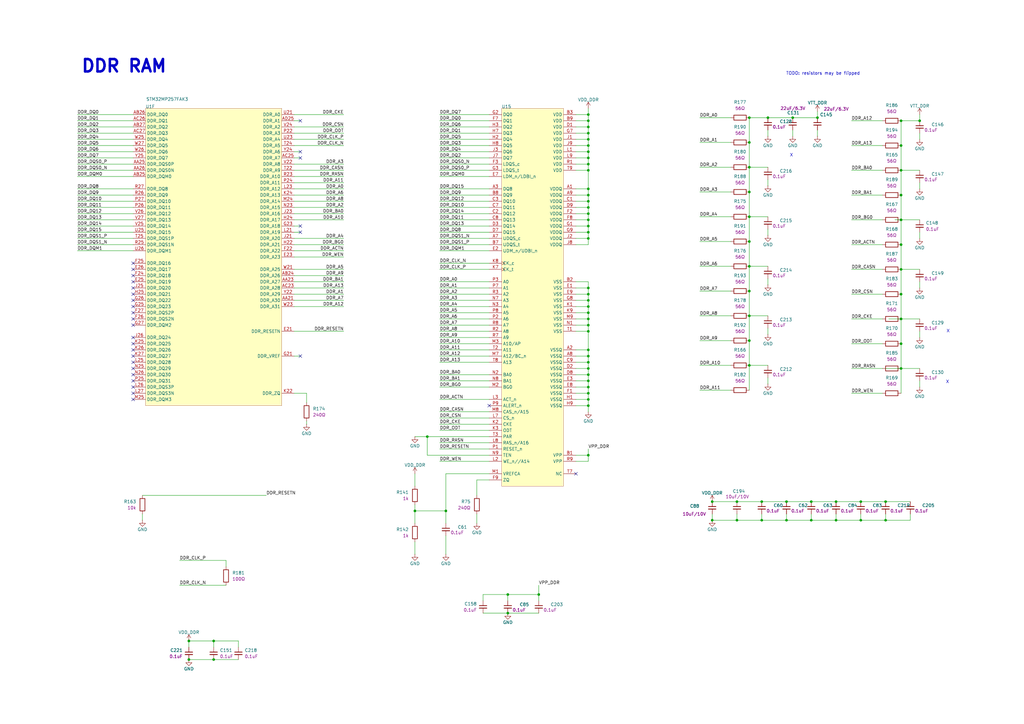
<source format=kicad_sch>
(kicad_sch (version 20250114) (generator "eeschema") (generator_version "9.0")
  (paper "A3")
  (text "X" (at 324.612 63.754 0) (effects (font (size 1.27 1.27))))
  (text "X" (at 388.874 135.89 0) (effects (font (size 1.27 1.27))))
  (text "X" (at 388.62 156.718 0) (effects (font (size 1.27 1.27))))
  (text "TODO: resistors may be flipped" (at 337.566 30.226 0) (effects (font (size 1.27 1.27))))
  (text "DDR RAM" (at 33.02 30.226 0) (effects (font (size 5.08 5.08) (thickness 1.016) (bold yes)) (justify left bottom)))
  (junction (at 307.34 119.38))
  (junction (at 369.57 151.13))
  (junction (at 241.3 186.69))
  (junction (at 77.47 270.51))
  (junction (at 241.3 62.23))
  (junction (at 241.3 143.51))
  (junction (at 241.3 80.01))
  (junction (at 241.3 69.85))
  (junction (at 307.34 149.86))
  (junction (at 369.57 59.69))
  (junction (at 332.74 213.36))
  (junction (at 312.42 205.74))
  (junction (at 241.3 52.07))
  (junction (at 335.28 48.26))
  (junction (at 182.88 209.55))
  (junction (at 241.3 163.83))
  (junction (at 241.3 77.47))
  (junction (at 241.3 85.09))
  (junction (at 353.06 213.36))
  (junction (at 220.98 243.84))
  (junction (at 369.57 69.85))
  (junction (at 241.3 67.31))
  (junction (at 241.3 153.67))
  (junction (at 353.06 205.74))
  (junction (at 342.9 205.74))
  (junction (at 241.3 161.29))
  (junction (at 241.3 130.81))
  (junction (at 312.42 213.36))
  (junction (at 241.3 118.11))
  (junction (at 302.26 213.36))
  (junction (at 241.3 158.75))
  (junction (at 307.34 68.58))
  (junction (at 241.3 151.13))
  (junction (at 241.3 82.55))
  (junction (at 241.3 125.73))
  (junction (at 241.3 133.35))
  (junction (at 241.3 57.15))
  (junction (at 363.22 213.36))
  (junction (at 369.57 110.49))
  (junction (at 241.3 87.63))
  (junction (at 241.3 54.61))
  (junction (at 292.1 213.36))
  (junction (at 241.3 148.59))
  (junction (at 369.57 49.53))
  (junction (at 77.47 262.89))
  (junction (at 241.3 156.21))
  (junction (at 87.63 262.89))
  (junction (at 322.58 205.74))
  (junction (at 87.63 270.51))
  (junction (at 307.34 48.26))
  (junction (at 369.57 140.97))
  (junction (at 241.3 97.79))
  (junction (at 241.3 120.65))
  (junction (at 314.96 48.26))
  (junction (at 241.3 166.37))
  (junction (at 363.22 205.74))
  (junction (at 241.3 64.77))
  (junction (at 241.3 49.53))
  (junction (at 342.9 213.36))
  (junction (at 307.34 109.22))
  (junction (at 369.57 80.01))
  (junction (at 208.28 243.84))
  (junction (at 241.3 123.19))
  (junction (at 325.12 48.26))
  (junction (at 322.58 213.36))
  (junction (at 307.34 99.06))
  (junction (at 377.19 49.53))
  (junction (at 307.34 139.7))
  (junction (at 208.28 251.46))
  (junction (at 241.3 146.05))
  (junction (at 241.3 135.89))
  (junction (at 175.26 179.07))
  (junction (at 302.26 205.74))
  (junction (at 369.57 90.17))
  (junction (at 292.1 205.74))
  (junction (at 369.57 100.33))
  (junction (at 241.3 128.27))
  (junction (at 241.3 95.25))
  (junction (at 241.3 90.17))
  (junction (at 307.34 88.9))
  (junction (at 241.3 92.71))
  (junction (at 241.3 59.69))
  (junction (at 332.74 205.74))
  (junction (at 241.3 46.99))
  (junction (at 307.34 78.74))
  (junction (at 369.57 120.65))
  (junction (at 170.18 209.55))
  (junction (at 369.57 130.81))
  (junction (at 307.34 129.54))
  (junction (at 307.34 58.42))
  (no_connect (at 236.22 194.31))
  (no_connect (at 54.61 128.27))
  (no_connect (at 200.66 166.37))
  (no_connect (at 123.19 95.25))
  (no_connect (at 54.61 148.59))
  (no_connect (at 123.19 49.53))
  (no_connect (at 54.61 158.75))
  (no_connect (at 54.61 125.73))
  (no_connect (at 54.61 113.03))
  (no_connect (at 54.61 115.57))
  (no_connect (at 54.61 110.49))
  (no_connect (at 54.61 133.35))
  (no_connect (at 54.61 107.95))
  (no_connect (at 123.19 92.71))
  (no_connect (at 54.61 118.11))
  (no_connect (at 54.61 130.81))
  (no_connect (at 54.61 153.67))
  (no_connect (at 54.61 156.21))
  (no_connect (at 123.19 146.05))
  (no_connect (at 123.19 64.77))
  (no_connect (at 54.61 140.97))
  (no_connect (at 54.61 123.19))
  (no_connect (at 54.61 143.51))
  (no_connect (at 54.61 120.65))
  (no_connect (at 54.61 161.29))
  (no_connect (at 54.61 146.05))
  (no_connect (at 54.61 138.43))
  (no_connect (at 54.61 151.13))
  (no_connect (at 123.19 62.23))
  (no_connect (at 54.61 163.83))
  (wire (pts (xy 175.26 179.07) (xy 200.66 179.07)))
  (wire (pts (xy 307.34 58.42) (xy 307.34 68.58)))
  (wire (pts (xy 54.61 77.47) (xy 31.75 77.47)))
  (wire (pts (xy 125.73 161.29) (xy 125.73 165.1)))
  (wire (pts (xy 241.3 64.77) (xy 241.3 67.31)))
  (wire (pts (xy 241.3 46.99) (xy 241.3 49.53)))
  (wire (pts (xy 236.22 64.77) (xy 241.3 64.77)))
  (wire (pts (xy 200.66 168.91) (xy 180.34 168.91)))
  (wire (pts (xy 241.3 153.67) (xy 241.3 156.21)))
  (wire (pts (xy 241.3 189.23) (xy 241.3 186.69)))
  (wire (pts (xy 120.65 74.93) (xy 140.97 74.93)))
  (wire (pts (xy 120.65 82.55) (xy 140.97 82.55)))
  (wire (pts (xy 307.34 109.22) (xy 307.34 119.38)))
  (wire (pts (xy 120.65 123.19) (xy 140.97 123.19)))
  (wire (pts (xy 369.57 49.53) (xy 369.57 59.69)))
  (wire (pts (xy 120.65 105.41) (xy 140.97 105.41)))
  (wire (pts (xy 241.3 77.47) (xy 241.3 80.01)))
  (wire (pts (xy 182.88 209.55) (xy 182.88 214.63)))
  (wire (pts (xy 170.18 209.55) (xy 182.88 209.55)))
  (wire (pts (xy 241.3 163.83) (xy 236.22 163.83)))
  (wire (pts (xy 195.58 210.82) (xy 195.58 214.63)))
  (wire (pts (xy 200.66 194.31) (xy 182.88 194.31)))
  (wire (pts (xy 200.66 95.25) (xy 180.34 95.25)))
  (wire (pts (xy 54.61 64.77) (xy 31.75 64.77)))
  (wire (pts (xy 241.3 133.35) (xy 236.22 133.35)))
  (wire (pts (xy 120.65 102.87) (xy 140.97 102.87)))
  (wire (pts (xy 241.3 118.11) (xy 241.3 120.65)))
  (wire (pts (xy 180.34 110.49) (xy 200.66 110.49)))
  (wire (pts (xy 200.66 57.15) (xy 180.34 57.15)))
  (wire (pts (xy 200.66 156.21) (xy 180.34 156.21)))
  (wire (pts (xy 361.95 110.49) (xy 349.25 110.49)))
  (wire (pts (xy 361.95 151.13) (xy 349.25 151.13)))
  (wire (pts (xy 200.66 171.45) (xy 180.34 171.45)))
  (wire (pts (xy 120.65 100.33) (xy 140.97 100.33)))
  (wire (pts (xy 200.66 92.71) (xy 180.34 92.71)))
  (wire (pts (xy 335.28 53.34) (xy 335.28 55.88)))
  (wire (pts (xy 87.63 265.43) (xy 87.63 262.89)))
  (wire (pts (xy 241.3 146.05) (xy 241.3 148.59)))
  (wire (pts (xy 120.65 118.11) (xy 140.97 118.11)))
  (wire (pts (xy 120.65 80.01) (xy 140.97 80.01)))
  (wire (pts (xy 307.34 78.74) (xy 307.34 88.9)))
  (wire (pts (xy 241.3 95.25) (xy 241.3 97.79)))
  (wire (pts (xy 353.06 213.36) (xy 363.22 213.36)))
  (wire (pts (xy 170.18 227.33) (xy 170.18 222.25)))
  (wire (pts (xy 236.22 189.23) (xy 241.3 189.23)))
  (wire (pts (xy 241.3 125.73) (xy 241.3 123.19)))
  (wire (pts (xy 363.22 210.82) (xy 363.22 213.36)))
  (wire (pts (xy 120.65 64.77) (xy 123.19 64.77)))
  (wire (pts (xy 200.66 130.81) (xy 180.34 130.81)))
  (wire (pts (xy 236.22 67.31) (xy 241.3 67.31)))
  (wire (pts (xy 241.3 128.27) (xy 241.3 125.73)))
  (wire (pts (xy 54.61 57.15) (xy 31.75 57.15)))
  (wire (pts (xy 92.71 232.41) (xy 92.71 229.87)))
  (wire (pts (xy 200.66 87.63) (xy 180.34 87.63)))
  (wire (pts (xy 332.74 210.82) (xy 332.74 213.36)))
  (wire (pts (xy 241.3 135.89) (xy 236.22 135.89)))
  (wire (pts (xy 54.61 62.23) (xy 31.75 62.23)))
  (wire (pts (xy 241.3 44.45) (xy 241.3 46.99)))
  (wire (pts (xy 369.57 69.85) (xy 377.19 69.85)))
  (wire (pts (xy 361.95 130.81) (xy 349.25 130.81)))
  (wire (pts (xy 120.65 54.61) (xy 140.97 54.61)))
  (wire (pts (xy 120.65 110.49) (xy 140.97 110.49)))
  (wire (pts (xy 314.96 53.34) (xy 314.96 55.88)))
  (wire (pts (xy 299.72 109.22) (xy 287.02 109.22)))
  (wire (pts (xy 200.66 59.69) (xy 180.34 59.69)))
  (wire (pts (xy 236.22 49.53) (xy 241.3 49.53)))
  (wire (pts (xy 220.98 240.03) (xy 220.98 243.84)))
  (wire (pts (xy 120.65 57.15) (xy 140.97 57.15)))
  (wire (pts (xy 312.42 210.82) (xy 312.42 213.36)))
  (wire (pts (xy 236.22 85.09) (xy 241.3 85.09)))
  (wire (pts (xy 54.61 90.17) (xy 31.75 90.17)))
  (wire (pts (xy 342.9 210.82) (xy 342.9 213.36)))
  (wire (pts (xy 220.98 246.38) (xy 220.98 243.84)))
  (wire (pts (xy 361.95 140.97) (xy 349.25 140.97)))
  (wire (pts (xy 200.66 184.15) (xy 180.34 184.15)))
  (wire (pts (xy 373.38 213.36) (xy 363.22 213.36)))
  (wire (pts (xy 54.61 100.33) (xy 31.75 100.33)))
  (wire (pts (xy 369.57 110.49) (xy 369.57 120.65)))
  (wire (pts (xy 302.26 213.36) (xy 312.42 213.36)))
  (wire (pts (xy 120.65 125.73) (xy 140.97 125.73)))
  (wire (pts (xy 198.12 251.46) (xy 208.28 251.46)))
  (wire (pts (xy 241.3 123.19) (xy 241.3 120.65)))
  (wire (pts (xy 236.22 158.75) (xy 241.3 158.75)))
  (wire (pts (xy 302.26 205.74) (xy 312.42 205.74)))
  (wire (pts (xy 241.3 146.05) (xy 236.22 146.05)))
  (wire (pts (xy 54.61 46.99) (xy 31.75 46.99)))
  (wire (pts (xy 54.61 72.39) (xy 31.75 72.39)))
  (wire (pts (xy 208.28 243.84) (xy 220.98 243.84)))
  (wire (pts (xy 241.3 115.57) (xy 236.22 115.57)))
  (wire (pts (xy 241.3 143.51) (xy 241.3 146.05)))
  (wire (pts (xy 241.3 87.63) (xy 241.3 90.17)))
  (wire (pts (xy 236.22 148.59) (xy 241.3 148.59)))
  (wire (pts (xy 54.61 54.61) (xy 31.75 54.61)))
  (wire (pts (xy 120.65 90.17) (xy 140.97 90.17)))
  (wire (pts (xy 200.66 123.19) (xy 180.34 123.19)))
  (wire (pts (xy 241.3 90.17) (xy 241.3 92.71)))
  (wire (pts (xy 307.34 119.38) (xy 307.34 129.54)))
  (wire (pts (xy 307.34 99.06) (xy 307.34 109.22)))
  (wire (pts (xy 369.57 110.49) (xy 377.19 110.49)))
  (wire (pts (xy 200.66 189.23) (xy 180.34 189.23)))
  (wire (pts (xy 299.72 48.26) (xy 287.02 48.26)))
  (wire (pts (xy 307.34 139.7) (xy 307.34 149.86)))
  (wire (pts (xy 241.3 80.01) (xy 241.3 82.55)))
  (wire (pts (xy 120.65 161.29) (xy 125.73 161.29)))
  (wire (pts (xy 200.66 133.35) (xy 180.34 133.35)))
  (wire (pts (xy 97.79 265.43) (xy 97.79 262.89)))
  (wire (pts (xy 120.65 72.39) (xy 140.97 72.39)))
  (wire (pts (xy 241.3 166.37) (xy 241.3 163.83)))
  (wire (pts (xy 200.66 196.85) (xy 195.58 196.85)))
  (wire (pts (xy 299.72 68.58) (xy 287.02 68.58)))
  (wire (pts (xy 377.19 95.25) (xy 377.19 97.79)))
  (wire (pts (xy 175.26 186.69) (xy 175.26 179.07)))
  (wire (pts (xy 307.34 129.54) (xy 307.34 139.7)))
  (wire (pts (xy 120.65 49.53) (xy 123.19 49.53)))
  (wire (pts (xy 292.1 213.36) (xy 302.26 213.36)))
  (wire (pts (xy 307.34 149.86) (xy 314.96 149.86)))
  (wire (pts (xy 369.57 140.97) (xy 369.57 151.13)))
  (wire (pts (xy 208.28 243.84) (xy 198.12 243.84)))
  (wire (pts (xy 241.3 135.89) (xy 241.3 143.51)))
  (wire (pts (xy 367.03 90.17) (xy 369.57 90.17)))
  (wire (pts (xy 200.66 77.47) (xy 180.34 77.47)))
  (wire (pts (xy 307.34 160.02) (xy 307.34 149.86)))
  (wire (pts (xy 307.34 109.22) (xy 314.96 109.22)))
  (wire (pts (xy 322.58 210.82) (xy 322.58 213.36)))
  (wire (pts (xy 302.26 210.82) (xy 302.26 213.36)))
  (wire (pts (xy 236.22 69.85) (xy 241.3 69.85)))
  (wire (pts (xy 54.61 85.09) (xy 31.75 85.09)))
  (wire (pts (xy 77.47 262.89) (xy 87.63 262.89)))
  (wire (pts (xy 292.1 205.74) (xy 302.26 205.74)))
  (wire (pts (xy 361.95 120.65) (xy 349.25 120.65)))
  (wire (pts (xy 369.57 130.81) (xy 369.57 140.97)))
  (wire (pts (xy 241.3 184.15) (xy 241.3 186.69)))
  (wire (pts (xy 314.96 48.26) (xy 325.12 48.26)))
  (wire (pts (xy 73.66 240.03) (xy 92.71 240.03)))
  (wire (pts (xy 314.96 154.94) (xy 314.96 157.48)))
  (wire (pts (xy 120.65 120.65) (xy 140.97 120.65)))
  (wire (pts (xy 54.61 95.25) (xy 31.75 95.25)))
  (wire (pts (xy 361.95 59.69) (xy 349.25 59.69)))
  (wire (pts (xy 208.28 251.46) (xy 220.98 251.46)))
  (wire (pts (xy 377.19 115.57) (xy 377.19 118.11)))
  (wire (pts (xy 77.47 265.43) (xy 77.47 262.89)))
  (wire (pts (xy 200.66 82.55) (xy 180.34 82.55)))
  (wire (pts (xy 200.66 100.33) (xy 180.34 100.33)))
  (wire (pts (xy 241.3 92.71) (xy 241.3 95.25)))
  (wire (pts (xy 353.06 210.82) (xy 353.06 213.36)))
  (wire (pts (xy 120.65 59.69) (xy 140.97 59.69)))
  (wire (pts (xy 200.66 46.99) (xy 180.34 46.99)))
  (wire (pts (xy 200.66 72.39) (xy 180.34 72.39)))
  (wire (pts (xy 200.66 64.77) (xy 180.34 64.77)))
  (wire (pts (xy 241.3 151.13) (xy 236.22 151.13)))
  (wire (pts (xy 200.66 102.87) (xy 180.34 102.87)))
  (wire (pts (xy 54.61 59.69) (xy 31.75 59.69)))
  (wire (pts (xy 342.9 213.36) (xy 353.06 213.36)))
  (wire (pts (xy 325.12 53.34) (xy 325.12 55.88)))
  (wire (pts (xy 363.22 151.13) (xy 369.57 151.13)))
  (wire (pts (xy 54.61 87.63) (xy 31.75 87.63)))
  (wire (pts (xy 299.72 139.7) (xy 287.02 139.7)))
  (wire (pts (xy 200.66 140.97) (xy 180.34 140.97)))
  (wire (pts (xy 373.38 210.82) (xy 373.38 213.36)))
  (wire (pts (xy 299.72 88.9) (xy 287.02 88.9)))
  (wire (pts (xy 54.61 97.79) (xy 31.75 97.79)))
  (wire (pts (xy 369.57 100.33) (xy 369.57 110.49)))
  (wire (pts (xy 241.3 166.37) (xy 241.3 168.91)))
  (wire (pts (xy 377.19 135.89) (xy 377.19 138.43)))
  (wire (pts (xy 369.57 90.17) (xy 377.19 90.17)))
  (wire (pts (xy 200.66 69.85) (xy 180.34 69.85)))
  (wire (pts (xy 200.66 181.61) (xy 180.34 181.61)))
  (wire (pts (xy 299.72 99.06) (xy 287.02 99.06)))
  (wire (pts (xy 299.72 78.74) (xy 287.02 78.74)))
  (wire (pts (xy 241.3 156.21) (xy 241.3 158.75)))
  (wire (pts (xy 353.06 205.74) (xy 363.22 205.74)))
  (wire (pts (xy 54.61 67.31) (xy 31.75 67.31)))
  (wire (pts (xy 361.95 80.01) (xy 349.25 80.01)))
  (wire (pts (xy 180.34 163.83) (xy 200.66 163.83)))
  (wire (pts (xy 236.22 57.15) (xy 241.3 57.15)))
  (wire (pts (xy 377.19 46.99) (xy 377.19 49.53)))
  (wire (pts (xy 307.34 129.54) (xy 314.96 129.54)))
  (wire (pts (xy 54.61 52.07) (xy 31.75 52.07)))
  (wire (pts (xy 369.57 80.01) (xy 369.57 90.17)))
  (wire (pts (xy 335.28 45.72) (xy 335.28 48.26)))
  (wire (pts (xy 312.42 205.74) (xy 322.58 205.74)))
  (wire (pts (xy 54.61 82.55) (xy 31.75 82.55)))
  (wire (pts (xy 87.63 270.51) (xy 97.79 270.51)))
  (wire (pts (xy 200.66 176.53) (xy 180.34 176.53)))
  (wire (pts (xy 200.66 67.31) (xy 180.34 67.31)))
  (wire (pts (xy 236.22 82.55) (xy 241.3 82.55)))
  (wire (pts (xy 361.95 161.29) (xy 349.25 161.29)))
  (wire (pts (xy 241.3 151.13) (xy 241.3 153.67)))
  (wire (pts (xy 180.34 107.95) (xy 200.66 107.95)))
  (wire (pts (xy 170.18 179.07) (xy 175.26 179.07)))
  (wire (pts (xy 299.72 129.54) (xy 287.02 129.54)))
  (wire (pts (xy 200.66 120.65) (xy 180.34 120.65)))
  (wire (pts (xy 307.34 48.26) (xy 307.34 58.42)))
  (wire (pts (xy 377.19 156.21) (xy 377.19 158.75)))
  (wire (pts (xy 236.22 59.69) (xy 241.3 59.69)))
  (wire (pts (xy 77.47 270.51) (xy 87.63 270.51)))
  (wire (pts (xy 307.34 68.58) (xy 314.96 68.58)))
  (wire (pts (xy 195.58 196.85) (xy 195.58 203.2)))
  (wire (pts (xy 236.22 130.81) (xy 241.3 130.81)))
  (wire (pts (xy 241.3 125.73) (xy 236.22 125.73)))
  (wire (pts (xy 377.19 74.93) (xy 377.19 77.47)))
  (wire (pts (xy 182.88 194.31) (xy 182.88 209.55)))
  (wire (pts (xy 120.65 92.71) (xy 123.19 92.71)))
  (wire (pts (xy 170.18 209.55) (xy 170.18 207.01)))
  (wire (pts (xy 241.3 49.53) (xy 241.3 52.07)))
  (wire (pts (xy 241.3 118.11) (xy 241.3 115.57)))
  (wire (pts (xy 299.72 149.86) (xy 287.02 149.86)))
  (wire (pts (xy 369.57 130.81) (xy 377.19 130.81)))
  (wire (pts (xy 241.3 163.83) (xy 241.3 161.29)))
  (wire (pts (xy 120.65 62.23) (xy 123.19 62.23)))
  (wire (pts (xy 361.95 49.53) (xy 349.25 49.53)))
  (wire (pts (xy 54.61 102.87) (xy 31.75 102.87)))
  (wire (pts (xy 54.61 80.01) (xy 31.75 80.01)))
  (wire (pts (xy 236.22 54.61) (xy 241.3 54.61)))
  (wire (pts (xy 200.66 115.57) (xy 180.34 115.57)))
  (wire (pts (xy 307.34 88.9) (xy 314.96 88.9)))
  (wire (pts (xy 241.3 156.21) (xy 236.22 156.21)))
  (wire (pts (xy 236.22 100.33) (xy 241.3 100.33)))
  (wire (pts (xy 369.57 151.13) (xy 369.57 161.29)))
  (wire (pts (xy 92.71 229.87) (xy 73.66 229.87)))
  (wire (pts (xy 200.66 135.89) (xy 180.34 135.89)))
  (wire (pts (xy 236.22 92.71) (xy 241.3 92.71)))
  (wire (pts (xy 241.3 59.69) (xy 241.3 62.23)))
  (wire (pts (xy 200.66 62.23) (xy 180.34 62.23)))
  (wire (pts (xy 241.3 158.75) (xy 241.3 161.29)))
  (wire (pts (xy 120.65 77.47) (xy 140.97 77.47)))
  (wire (pts (xy 241.3 62.23) (xy 241.3 64.77)))
  (wire (pts (xy 241.3 130.81) (xy 241.3 133.35)))
  (wire (pts (xy 241.3 130.81) (xy 241.3 128.27)))
  (wire (pts (xy 314.96 93.98) (xy 314.96 96.52)))
  (wire (pts (xy 241.3 85.09) (xy 241.3 87.63)))
  (wire (pts (xy 241.3 67.31) (xy 241.3 69.85)))
  (wire (pts (xy 332.74 205.74) (xy 342.9 205.74)))
  (wire (pts (xy 236.22 118.11) (xy 241.3 118.11)))
  (wire (pts (xy 241.3 69.85) (xy 241.3 77.47)))
  (wire (pts (xy 369.57 59.69) (xy 369.57 69.85)))
  (wire (pts (xy 363.22 205.74) (xy 373.38 205.74)))
  (wire (pts (xy 236.22 153.67) (xy 241.3 153.67)))
  (wire (pts (xy 120.65 97.79) (xy 140.97 97.79)))
  (wire (pts (xy 120.65 146.05) (xy 123.19 146.05)))
  (wire (pts (xy 120.65 67.31) (xy 140.97 67.31)))
  (wire (pts (xy 58.42 203.2) (xy 109.22 203.2)))
  (wire (pts (xy 307.34 68.58) (xy 307.34 78.74)))
  (wire (pts (xy 200.66 143.51) (xy 180.34 143.51)))
  (wire (pts (xy 364.49 130.81) (xy 369.57 130.81)))
  (wire (pts (xy 236.22 77.47) (xy 241.3 77.47)))
  (wire (pts (xy 200.66 85.09) (xy 180.34 85.09)))
  (wire (pts (xy 200.66 146.05) (xy 180.34 146.05)))
  (wire (pts (xy 307.34 48.26) (xy 314.96 48.26)))
  (wire (pts (xy 241.3 143.51) (xy 236.22 143.51)))
  (wire (pts (xy 369.57 120.65) (xy 369.57 130.81)))
  (wire (pts (xy 299.72 160.02) (xy 287.02 160.02)))
  (wire (pts (xy 241.3 133.35) (xy 241.3 135.89)))
  (wire (pts (xy 200.66 90.17) (xy 180.34 90.17)))
  (wire (pts (xy 377.19 49.53) (xy 369.57 49.53)))
  (wire (pts (xy 236.22 128.27) (xy 241.3 128.27)))
  (wire (pts (xy 54.61 69.85) (xy 31.75 69.85)))
  (wire (pts (xy 349.25 69.85) (xy 361.95 69.85)))
  (wire (pts (xy 208.28 246.38) (xy 208.28 243.84)))
  (wire (pts (xy 200.66 158.75) (xy 180.34 158.75)))
  (wire (pts (xy 200.66 128.27) (xy 180.34 128.27)))
  (wire (pts (xy 241.3 57.15) (xy 241.3 59.69)))
  (wire (pts (xy 180.34 118.11) (xy 200.66 118.11)))
  (wire (pts (xy 200.66 153.67) (xy 180.34 153.67)))
  (wire (pts (xy 120.65 69.85) (xy 140.97 69.85)))
  (wire (pts (xy 241.3 100.33) (xy 241.3 97.79)))
  (wire (pts (xy 170.18 199.39) (xy 170.18 194.31)))
  (wire (pts (xy 342.9 205.74) (xy 353.06 205.74)))
  (wire (pts (xy 125.73 172.72) (xy 125.73 173.99)))
  (wire (pts (xy 54.61 92.71) (xy 31.75 92.71)))
  (wire (pts (xy 120.65 85.09) (xy 140.97 85.09)))
  (wire (pts (xy 54.61 49.53) (xy 31.75 49.53)))
  (wire (pts (xy 241.3 186.69) (xy 236.22 186.69)))
  (wire (pts (xy 322.58 205.74) (xy 332.74 205.74)))
  (wire (pts (xy 120.65 113.03) (xy 140.97 113.03)))
  (wire (pts (xy 120.65 52.07) (xy 140.97 52.07)))
  (wire (pts (xy 200.66 80.01) (xy 180.34 80.01)))
  (wire (pts (xy 236.22 123.19) (xy 241.3 123.19)))
  (wire (pts (xy 200.66 138.43) (xy 180.34 138.43)))
  (wire (pts (xy 292.1 210.82) (xy 292.1 213.36)))
  (wire (pts (xy 120.65 87.63) (xy 140.97 87.63)))
  (wire (pts (xy 236.22 80.01) (xy 241.3 80.01)))
  (wire (pts (xy 200.66 186.69) (xy 175.26 186.69)))
  (wire (pts (xy 182.88 219.71) (xy 182.88 227.33)))
  (wire (pts (xy 241.3 97.79) (xy 236.22 97.79)))
  (wire (pts (xy 236.22 52.07) (xy 241.3 52.07)))
  (wire (pts (xy 322.58 213.36) (xy 332.74 213.36)))
  (wire (pts (xy 307.34 88.9) (xy 307.34 99.06)))
  (wire (pts (xy 200.66 97.79) (xy 180.34 97.79)))
  (wire (pts (xy 332.74 213.36) (xy 342.9 213.36)))
  (wire (pts (xy 241.3 120.65) (xy 236.22 120.65)))
  (wire (pts (xy 58.42 210.82) (xy 58.42 213.36)))
  (wire (pts (xy 241.3 161.29) (xy 236.22 161.29)))
  (wire (pts (xy 200.66 52.07) (xy 180.34 52.07)))
  (wire (pts (xy 377.19 54.61) (xy 377.19 57.15)))
  (wire (pts (xy 241.3 148.59) (xy 241.3 151.13)))
  (wire (pts (xy 241.3 82.55) (xy 241.3 85.09)))
  (wire (pts (xy 312.42 213.36) (xy 322.58 213.36)))
  (wire (pts (xy 369.57 69.85) (xy 369.57 80.01)))
  (wire (pts (xy 361.95 90.17) (xy 349.25 90.17)))
  (wire (pts (xy 236.22 166.37) (xy 241.3 166.37)))
  (wire (pts (xy 170.18 214.63) (xy 170.18 209.55)))
  (wire (pts (xy 361.95 100.33) (xy 349.25 100.33)))
  (wire (pts (xy 200.66 173.99) (xy 180.34 173.99)))
  (wire (pts (xy 236.22 62.23) (xy 241.3 62.23)))
  (wire (pts (xy 236.22 87.63) (xy 241.3 87.63)))
  (wire (pts (xy 236.22 95.25) (xy 241.3 95.25)))
  (wire (pts (xy 314.96 73.66) (xy 314.96 76.2)))
  (wire (pts (xy 120.65 46.99) (xy 140.97 46.99)))
  (wire (pts (xy 241.3 52.07) (xy 241.3 54.61)))
  (wire (pts (xy 314.96 134.62) (xy 314.96 137.16)))
  (wire (pts (xy 236.22 90.17) (xy 241.3 90.17)))
  (wire (pts (xy 97.79 262.89) (xy 87.63 262.89)))
  (wire (pts (xy 120.65 135.89) (xy 140.97 135.89)))
  (wire (pts (xy 120.65 95.25) (xy 123.19 95.25)))
  (wire (pts (xy 287.02 58.42) (xy 299.72 58.42)))
  (wire (pts (xy 200.66 49.53) (xy 180.34 49.53)))
  (wire (pts (xy 120.65 115.57) (xy 140.97 115.57)))
  (wire (pts (xy 200.66 148.59) (xy 180.34 148.59)))
  (wire (pts (xy 236.22 46.99) (xy 241.3 46.99)))
  (wire (pts (xy 299.72 119.38) (xy 287.02 119.38)))
  (wire (pts (xy 369.57 151.13) (xy 377.19 151.13)))
  (wire (pts (xy 314.96 114.3) (xy 314.96 116.84)))
  (wire (pts (xy 200.66 54.61) (xy 180.34 54.61)))
  (wire (pts (xy 241.3 57.15) (xy 241.3 54.61)))
  (wire (pts (xy 369.57 90.17) (xy 369.57 100.33)))
  (wire (pts (xy 200.66 125.73) (xy 180.34 125.73)))
  (wire (pts (xy 325.12 48.26) (xy 335.28 48.26)))
  (wire (pts (xy 198.12 243.84) (xy 198.12 246.38)))
  (label "DDR_A13" (at 349.25 59.69 0))
  (label "DDR_CLK_N" (at 180.34 107.95 0))
  (label "DDR_DQS1_N" (at 180.34 97.79 0))
  (label "VPP_DDR" (at 220.98 240.03 0))
  (label "DDR_CLK_P" (at 180.34 110.49 0))
  (label "DDR_DQ4" (at 180.34 62.23 0))
  (label "DDR_DQ11" (at 31.75 85.09 0))
  (label "DDR_DQ3" (at 31.75 54.61 0))
  (label "DDR_BA0" (at 140.97 87.63 180))
  (label "DDR_A3" (at 287.02 78.74 0))
  (label "DDR_CLK_P" (at 73.66 229.87 0))
  (label "DDR_DQ12" (at 31.75 87.63 0))
  (label "DDR_ODT" (at 349.25 140.97 0))
  (label "DDR_DQ14" (at 180.34 87.63 0))
  (label "DDR_DQ13" (at 31.75 90.17 0))
  (label "DDR_A11" (at 287.02 160.02 0))
  (label "DDR_A8" (at 140.97 82.55 180))
  (label "DDR_RASN" (at 349.25 151.13 0))
  (label "DDR_DQ10" (at 31.75 82.55 0))
  (label "DDR_DQM1" (at 180.34 102.87 0))
  (label "DDR_A0" (at 140.97 77.47 180))
  (label "DDR_BG0" (at 140.97 100.33 180))
  (label "DDR_DQ6" (at 31.75 62.23 0))
  (label "DDR_DQ12" (at 180.34 82.55 0))
  (label "DDR_RASN" (at 180.34 181.61 0))
  (label "DDR_ODT" (at 140.97 54.61 180))
  (label "DDR_DQ15" (at 180.34 77.47 0))
  (label "DDR_A11" (at 140.97 74.93 180))
  (label "DDR_RESETN" (at 180.34 184.15 0))
  (label "DDR_DQS1_N" (at 31.75 100.33 0))
  (label "DDR_DQ4" (at 31.75 57.15 0))
  (label "DDR_A10" (at 287.02 149.86 0))
  (label "DDR_DQ14" (at 31.75 92.71 0))
  (label "DDR_DQ15" (at 31.75 95.25 0))
  (label "DDR_CLK_N" (at 73.66 240.03 0))
  (label "DDR_DQ9" (at 31.75 80.01 0))
  (label "DDR_DQ7" (at 180.34 46.99 0))
  (label "DDR_A9" (at 287.02 139.7 0))
  (label "DDR_A8" (at 180.34 135.89 0))
  (label "DDR_DQ0" (at 31.75 46.99 0))
  (label "DDR_RESETN" (at 140.97 135.89 180))
  (label "DDR_DQS1_P" (at 180.34 100.33 0))
  (label "DDR_DQ8" (at 180.34 95.25 0))
  (label "DDR_DQM1" (at 31.75 102.87 0))
  (label "DDR_DQ1" (at 180.34 54.61 0))
  (label "DDR_WEN" (at 180.34 189.23 0))
  (label "DDR_A9" (at 140.97 113.03 180))
  (label "DDR_DQ7" (at 31.75 64.77 0))
  (label "DDR_DQ3" (at 180.34 59.69 0))
  (label "DDR_A7" (at 140.97 123.19 180))
  (label "DDR_DQ2" (at 180.34 64.77 0))
  (label "DDR_A12" (at 140.97 125.73 180))
  (label "DDR_ACTN" (at 140.97 102.87 180))
  (label "DDR_A2" (at 287.02 68.58 0))
  (label "DDR_A5" (at 180.34 128.27 0))
  (label "DDR_DQ9" (at 180.34 80.01 0))
  (label "DDR_A13" (at 140.97 118.11 180))
  (label "DDR_RESETN" (at 109.22 203.2 0))
  (label "DDR_CASN" (at 349.25 110.49 0))
  (label "DDR_DQS0_N" (at 180.34 67.31 0))
  (label "DDR_ODT" (at 180.34 176.53 0))
  (label "DDR_CLK_P" (at 140.97 57.15 180))
  (label "DDR_A0" (at 180.34 115.57 0))
  (label "DDR_DQS0_P" (at 31.75 67.31 0))
  (label "DDR_A13" (at 180.34 148.59 0))
  (label "DDR_A11" (at 180.34 143.51 0))
  (label "DDR_CKE" (at 180.34 173.99 0))
  (label "DDR_A10" (at 180.34 140.97 0))
  (label "DDR_A2" (at 140.97 85.09 180))
  (label "DDR_DQ13" (at 180.34 92.71 0))
  (label "DDR_CLK_N" (at 140.97 59.69 180))
  (label "DDR_DQ5" (at 31.75 59.69 0))
  (label "DDR_DQM0" (at 31.75 72.39 0))
  (label "DDR_DQM0" (at 180.34 72.39 0))
  (label "DDR_A1" (at 287.02 58.42 0))
  (label "DDR_CASN" (at 180.34 168.91 0))
  (label "DDR_CKE" (at 140.97 46.99 180))
  (label "DDR_BG0" (at 349.25 90.17 0))
  (label "DDR_DQS1_P" (at 31.75 97.79 0))
  (label "DDR_A7" (at 180.34 133.35 0))
  (label "DDR_WEN" (at 140.97 105.41 180))
  (label "DDR_DQ1" (at 31.75 49.53 0))
  (label "DDR_WEN" (at 349.25 161.29 0))
  (label "DDR_RASN" (at 140.97 72.39 180))
  (label "DDR_DQ10" (at 180.34 85.09 0))
  (label "DDR_A7" (at 287.02 119.38 0))
  (label "DDR_A4" (at 140.97 97.79 180))
  (label "DDR_ACTN" (at 349.25 100.33 0))
  (label "DDR_A2" (at 180.34 120.65 0))
  (label "DDR_CKE" (at 349.25 130.81 0))
  (label "DDR_CSN" (at 349.25 120.65 0))
  (label "DDR_CSN" (at 140.97 52.07 180))
  (label "DDR_A12" (at 349.25 49.53 0))
  (label "DDR_BA0" (at 349.25 69.85 0))
  (label "DDR_A1" (at 180.34 118.11 0))
  (label "DDR_DQ11" (at 180.34 90.17 0))
  (label "DDR_BA0" (at 180.34 153.67 0))
  (label "DDR_A5" (at 287.02 99.06 0))
  (label "DDR_A5" (at 140.97 110.49 180))
  (label "DDR_BA1" (at 180.34 156.21 0))
  (label "DDR_ACTN" (at 180.34 163.83 0))
  (label "DDR_BA1" (at 349.25 80.01 0))
  (label "DDR_DQ0" (at 180.34 49.53 0))
  (label "VPP_DDR" (at 241.3 184.15 0))
  (label "DDR_A8" (at 287.02 129.54 0))
  (label "DDR_A6" (at 180.34 130.81 0))
  (label "DDR_DQS0_P" (at 180.34 69.85 0))
  (label "DDR_BG0" (at 180.34 158.75 0))
  (label "DDR_A3" (at 140.97 67.31 180))
  (label "DDR_DQ5" (at 180.34 57.15 0))
  (label "DDR_DQS0_N" (at 31.75 69.85 0))
  (label "DDR_A4" (at 287.02 88.9 0))
  (label "DDR_A12" (at 180.34 146.05 0))
  (label "DDR_CSN" (at 180.34 171.45 0))
  (label "DDR_A0" (at 287.02 48.26 0))
  (label "DDR_BA1" (at 140.97 115.57 180))
  (label "DDR_DQ6" (at 180.34 52.07 0))
  (label "DDR_A10" (at 140.97 90.17 180))
  (label "DDR_A3" (at 180.34 123.19 0))
  (label "DDR_A9" (at 180.34 138.43 0))
  (label "DDR_DQ8" (at 31.75 77.47 0))
  (label "DDR_CASN" (at 140.97 69.85 180))
  (label "DDR_A1" (at 140.97 120.65 180))
  (label "DDR_A6" (at 287.02 109.22 0))
  (label "DDR_A4" (at 180.34 125.73 0))
  (label "DDR_DQ2" (at 31.75 52.07 0))
  (label "DDR_A6" (at 140.97 80.01 180))
  (symbol (lib_id "4ms_Resistor_0402:56Ω_0402") (at 303.53 78.74 90) (unit 1)
    (property "Reference" "R188" (at 303.53 72.39 90))
    (property "Value" "56Ω_0402" (effects (hide yes)))
    (property "Footprint" "4ms_Resistor:R_0402" (effects (hide yes)))
    (property "Description" "56Ω, 1%, 1/16W, 0402" (effects (hide yes)))
    (property "Specifications" "56Ω, 1%, 1/16W, 0402" (effects (hide yes)))
    (property "Manufacturer" "Yageo" (effects (hide yes)))
    (property "Part Number" "RC0402FR-0756RL" (effects (hide yes)))
    (property "Display" "56Ω" (at 303.53 74.93 90))
    (property "JLCPCB ID" "C137957" (effects (hide yes)))
    (property "Production Stage" "A" (effects (hide yes)))
  )
  (symbol (lib_id "4ms_Resistor_0402:56Ω_0402") (at 303.53 99.06 90) (unit 1)
    (property "Reference" "R191" (at 303.53 92.71 90))
    (property "Value" "56Ω_0402" (effects (hide yes)))
    (property "Footprint" "4ms_Resistor:R_0402" (effects (hide yes)))
    (property "Description" "56Ω, 1%, 1/16W, 0402" (effects (hide yes)))
    (property "Specifications" "56Ω, 1%, 1/16W, 0402" (effects (hide yes)))
    (property "Manufacturer" "Yageo" (effects (hide yes)))
    (property "Part Number" "RC0402FR-0756RL" (effects (hide yes)))
    (property "Display" "56Ω" (at 303.53 95.25 90))
    (property "JLCPCB ID" "C137957" (effects (hide yes)))
    (property "Production Stage" "A" (effects (hide yes)))
  )
  (symbol (lib_id "4ms_Capacitor:100nF_0402_16V") (at 314.96 132.08 0) (unit 1)
    (property "Reference" "C213" (at 319.786 131.826 0) (effects (justify left bottom)))
    (property "Value" "100nF_0402_16V" (effects (hide yes)))
    (property "Footprint" "4ms_Capacitor:C_0402" (effects (hide yes)))
    (property "Description" "0.1uF, Min. 16V 10%, X7R or X5R or similar" (effects (hide yes)))
    (property "Specifications" "0.1uF, Min. 16V 10%, X7R or X5R or similar" (effects (hide yes)))
    (property "Manufacturer" "Murata" (effects (hide yes)))
    (property "Part Number" "GCM155R71C104KA55D" (effects (hide yes)))
    (property "Display" "0.1uF" (at 316.865 133.35 0) (effects (justify left)))
    (property "JLCPCB ID" "C1525" (effects (hide yes)))
    (property "Manufacturer 2" "Yageo" (effects (hide yes)))
    (property "Part Number 2" "CC0402KRX7R7BB104" (effects (hide yes)))
    (property "Production Stage" "A" (effects (hide yes)))
  )
  (symbol (lib_id "4ms_Capacitor:100nF_0402_16V") (at 314.96 111.76 0) (unit 1)
    (property "Reference" "C214" (at 319.786 111.506 0) (effects (justify left bottom)))
    (property "Value" "100nF_0402_16V" (effects (hide yes)))
    (property "Footprint" "4ms_Capacitor:C_0402" (effects (hide yes)))
    (property "Description" "0.1uF, Min. 16V 10%, X7R or X5R or similar" (effects (hide yes)))
    (property "Specifications" "0.1uF, Min. 16V 10%, X7R or X5R or similar" (effects (hide yes)))
    (property "Manufacturer" "Murata" (effects (hide yes)))
    (property "Part Number" "GCM155R71C104KA55D" (effects (hide yes)))
    (property "Display" "0.1uF" (at 316.865 113.03 0) (effects (justify left)))
    (property "JLCPCB ID" "C1525" (effects (hide yes)))
    (property "Manufacturer 2" "Yageo" (effects (hide yes)))
    (property "Part Number 2" "CC0402KRX7R7BB104" (effects (hide yes)))
    (property "Production Stage" "A" (effects (hide yes)))
  )
  (symbol (lib_id "4ms_Resistor_0402:56Ω_0402") (at 365.76 140.97 90) (unit 1)
    (property "Reference" "R170" (at 365.76 134.62 90))
    (property "Value" "56Ω_0402" (effects (hide yes)))
    (property "Footprint" "4ms_Resistor:R_0402" (effects (hide yes)))
    (property "Description" "56Ω, 1%, 1/16W, 0402" (effects (hide yes)))
    (property "Specifications" "56Ω, 1%, 1/16W, 0402" (effects (hide yes)))
    (property "Manufacturer" "Yageo" (effects (hide yes)))
    (property "Part Number" "RC0402FR-0756RL" (effects (hide yes)))
    (property "Display" "56Ω" (at 365.76 137.16 90))
    (property "JLCPCB ID" "C137957" (effects (hide yes)))
    (property "Production Stage" "A" (effects (hide yes)))
  )
  (symbol (lib_id "power:GND") (at 314.96 96.52 0) (unit 1)
    (property "Reference" "#PWR0310" (effects (hide yes)))
    (property "Value" "GND" (at 314.96 100.33 0))
    (property "Description" "Power symbol creates a global label with name \"GND\" , ground" (effects (hide yes)))
  )
  (symbol (lib_id "4ms_Capacitor:100nF_0402_16V") (at 353.06 208.28 0) (unit 1)
    (property "Reference" "C83" (at 357.886 208.026 0) (effects (justify left bottom)))
    (property "Value" "100nF_0402_16V" (effects (hide yes)))
    (property "Footprint" "4ms_Capacitor:C_0402" (effects (hide yes)))
    (property "Description" "0.1uF, Min. 16V 10%, X7R or X5R or similar" (effects (hide yes)))
    (property "Specifications" "0.1uF, Min. 16V 10%, X7R or X5R or similar" (effects (hide yes)))
    (property "Manufacturer" "Murata" (effects (hide yes)))
    (property "Part Number" "GCM155R71C104KA55D" (effects (hide yes)))
    (property "Display" "0.1uF" (at 354.965 209.55 0) (effects (justify left)))
    (property "JLCPCB ID" "C1525" (effects (hide yes)))
    (property "Manufacturer 2" "Yageo" (effects (hide yes)))
    (property "Part Number 2" "CC0402KRX7R7BB104" (effects (hide yes)))
    (property "Production Stage" "A" (effects (hide yes)))
  )
  (symbol (lib_id "4ms_Capacitor:100nF_0402_16V") (at 314.96 71.12 0) (unit 1)
    (property "Reference" "C216" (at 319.786 70.866 0) (effects (justify left bottom)))
    (property "Value" "100nF_0402_16V" (effects (hide yes)))
    (property "Footprint" "4ms_Capacitor:C_0402" (effects (hide yes)))
    (property "Description" "0.1uF, Min. 16V 10%, X7R or X5R or similar" (effects (hide yes)))
    (property "Specifications" "0.1uF, Min. 16V 10%, X7R or X5R or similar" (effects (hide yes)))
    (property "Manufacturer" "Murata" (effects (hide yes)))
    (property "Part Number" "GCM155R71C104KA55D" (effects (hide yes)))
    (property "Display" "0.1uF" (at 316.865 72.39 0) (effects (justify left)))
    (property "JLCPCB ID" "C1525" (effects (hide yes)))
    (property "Manufacturer 2" "Yageo" (effects (hide yes)))
    (property "Part Number 2" "CC0402KRX7R7BB104" (effects (hide yes)))
    (property "Production Stage" "A" (effects (hide yes)))
  )
  (symbol (lib_id "4ms_Capacitor:10uF_0603_10V") (at 302.26 208.28 0) (unit 1)
    (property "Reference" "C194" (at 300.482 202.184 0) (effects (justify left bottom)))
    (property "Value" "10uF_0603_10V" (effects (hide yes)))
    (property "Footprint" "4ms_Capacitor:C_0603" (effects (hide yes)))
    (property "Description" "10uF, Min. 10V X5R 10%" (effects (hide yes)))
    (property "Specifications" "10uF, Min. 10V X5R 10%" (effects (hide yes)))
    (property "Manufacturer" "Murata" (effects (hide yes)))
    (property "Part Number" "GRM188R61A106KE69D" (effects (hide yes)))
    (property "Display" "10uF/10V" (at 297.561 203.708 0) (effects (justify left)))
    (property "JLCPCB ID" "C19702" (effects (hide yes)))
    (property "Production Stage" "A" (effects (hide yes)))
  )
  (symbol (lib_id "4ms_Power_Symbol:VDD_DDR") (at 77.47 262.89 0) (unit 1)
    (property "Reference" "#PWR0281" (effects (hide yes)))
    (property "Value" "VDD_DDR" (at 77.47 259.334 0))
  )
  (symbol (lib_id "power:GND") (at 195.58 214.63 0) (unit 1)
    (property "Reference" "#PWR0290" (effects (hide yes)))
    (property "Value" "GND" (at 195.58 218.44 0))
    (property "Description" "Power symbol creates a global label with name \"GND\" , ground" (effects (hide yes)))
  )
  (symbol (lib_id "4ms_Resistor_0402:56Ω_0402") (at 365.76 49.53 90) (unit 1)
    (property "Reference" "R186" (at 365.76 43.18 90))
    (property "Value" "56Ω_0402" (effects (hide yes)))
    (property "Footprint" "4ms_Resistor:R_0402" (effects (hide yes)))
    (property "Description" "56Ω, 1%, 1/16W, 0402" (effects (hide yes)))
    (property "Specifications" "56Ω, 1%, 1/16W, 0402" (effects (hide yes)))
    (property "Manufacturer" "Yageo" (effects (hide yes)))
    (property "Part Number" "RC0402FR-0756RL" (effects (hide yes)))
    (property "Display" "56Ω" (at 365.76 45.72 90))
    (property "JLCPCB ID" "C137957" (effects (hide yes)))
    (property "Production Stage" "A" (effects (hide yes)))
  )
  (symbol (lib_id "4ms_Resistor_0402:56Ω_0402") (at 365.76 161.29 90) (unit 1)
    (property "Reference" "R169" (at 365.76 154.94 90))
    (property "Value" "56Ω_0402" (effects (hide yes)))
    (property "Footprint" "4ms_Resistor:R_0402" (effects (hide yes)))
    (property "Description" "56Ω, 1%, 1/16W, 0402" (effects (hide yes)))
    (property "Specifications" "56Ω, 1%, 1/16W, 0402" (effects (hide yes)))
    (property "Manufacturer" "Yageo" (effects (hide yes)))
    (property "Part Number" "RC0402FR-0756RL" (effects (hide yes)))
    (property "Display" "56Ω" (at 365.76 157.48 90))
    (property "JLCPCB ID" "C137957" (effects (hide yes)))
    (property "Production Stage" "A" (effects (hide yes)))
  )
  (symbol (lib_id "power:GND") (at 292.1 213.36 0) (unit 1)
    (property "Reference" "#PWR0130" (effects (hide yes)))
    (property "Value" "GND" (at 292.1 217.17 0))
    (property "Description" "Power symbol creates a global label with name \"GND\" , ground" (effects (hide yes)))
  )
  (symbol (lib_id "4ms_Resistor_0402:56Ω_0402") (at 365.76 130.81 90) (unit 1)
    (property "Reference" "R171" (at 365.76 124.46 90))
    (property "Value" "56Ω_0402" (effects (hide yes)))
    (property "Footprint" "4ms_Resistor:R_0402" (effects (hide yes)))
    (property "Description" "56Ω, 1%, 1/16W, 0402" (effects (hide yes)))
    (property "Specifications" "56Ω, 1%, 1/16W, 0402" (effects (hide yes)))
    (property "Manufacturer" "Yageo" (effects (hide yes)))
    (property "Part Number" "RC0402FR-0756RL" (effects (hide yes)))
    (property "Display" "56Ω" (at 365.76 127 90))
    (property "JLCPCB ID" "C137957" (effects (hide yes)))
    (property "Production Stage" "A" (effects (hide yes)))
  )
  (symbol (lib_id "4ms_Resistor_0402:56Ω_0402") (at 365.76 120.65 90) (unit 1)
    (property "Reference" "R183" (at 365.76 114.3 90))
    (property "Value" "56Ω_0402" (effects (hide yes)))
    (property "Footprint" "4ms_Resistor:R_0402" (effects (hide yes)))
    (property "Description" "56Ω, 1%, 1/16W, 0402" (effects (hide yes)))
    (property "Specifications" "56Ω, 1%, 1/16W, 0402" (effects (hide yes)))
    (property "Manufacturer" "Yageo" (effects (hide yes)))
    (property "Part Number" "RC0402FR-0756RL" (effects (hide yes)))
    (property "Display" "56Ω" (at 365.76 116.84 90))
    (property "JLCPCB ID" "C137957" (effects (hide yes)))
    (property "Production Stage" "A" (effects (hide yes)))
  )
  (symbol (lib_id "4ms_Resistor_0402:240Ω_0402") (at 125.73 168.91 0) (unit 1)
    (property "Reference" "R174" (at 128.27 167.6399 0) (effects (justify left)))
    (property "Value" "240Ω_0402" (effects (hide yes)))
    (property "Footprint" "4ms_Resistor:R_0402" (effects (hide yes)))
    (property "Description" "240Ω, 1%, 1/16W, 0402" (effects (hide yes)))
    (property "Specifications" "240Ω, 1%, 1/16W, 0402" (effects (hide yes)))
    (property "Manufacturer" "Yageo" (effects (hide yes)))
    (property "Part Number" "RC0402FR-07240RL" (effects (hide yes)))
    (property "Display" "240Ω" (at 128.27 170.1799 0) (effects (justify left)))
    (property "JLCPCB ID" "C114755" (effects (hide yes)))
    (property "Production Stage" "A" (effects (hide yes)))
  )
  (symbol (lib_id "4ms_Resistor_0402:1k_0402") (at 170.18 218.44 0) (unit 1)
    (property "Reference" "R142" (at 167.64 217.1699 0) (effects (justify right)))
    (property "Value" "1k_0402" (effects (hide yes)))
    (property "Footprint" "4ms_Resistor:R_0402" (effects (hide yes)))
    (property "Description" "1k, 1%, 1/16W, 0402" (effects (hide yes)))
    (property "Specifications" "1k, 1%, 1/16W, 0402" (effects (hide yes)))
    (property "Manufacturer" "Yageo" (effects (hide yes)))
    (property "Part Number" "RC0402FR-071KL" (effects (hide yes)))
    (property "Display" "1k" (at 167.64 219.7099 0) (effects (justify right)))
    (property "JLCPCB ID" "C106235" (effects (hide yes)))
    (property "Production Stage" "A" (effects (hide yes)))
  )
  (symbol (lib_id "power:GND") (at 170.18 227.33 0) (unit 1)
    (property "Reference" "#PWR0288" (effects (hide yes)))
    (property "Value" "GND" (at 170.18 231.14 0))
    (property "Description" "Power symbol creates a global label with name \"GND\" , ground" (effects (hide yes)))
  )
  (symbol (lib_id "4ms_IC:DDR4-RAM-16Gbit-MT40A1G16TB-062E") (at 205.74 44.45 0) (unit 1)
    (property "Reference" "U15" (at 205.74 44.45 0) (effects (justify left bottom)))
    (property "Value" "MT40A1G16TB-062E IT:F" (effects (hide yes)))
    (property "Footprint" "4ms_Package_QFP:FBGA-96_Layout2x3x16_Body8x14_P0.8mm" (effects (hide yes)))
    (property "Description" "Memory, DDR4 SDRAM, 1V2, 16Gbit, FBGA96" (effects (hide yes)))
    (property "Manufacturer" "MICRON" (effects (hide yes)))
    (property "Part Number" "MT40A1G16TB-062E IT:F" (effects (hide yes)))
  )
  (symbol (lib_id "4ms_Resistor_0402:56Ω_0402") (at 303.53 160.02 90) (unit 1)
    (property "Reference" "R182" (at 303.53 153.67 90))
    (property "Value" "56Ω_0402" (effects (hide yes)))
    (property "Footprint" "4ms_Resistor:R_0402" (effects (hide yes)))
    (property "Description" "56Ω, 1%, 1/16W, 0402" (effects (hide yes)))
    (property "Specifications" "56Ω, 1%, 1/16W, 0402" (effects (hide yes)))
    (property "Manufacturer" "Yageo" (effects (hide yes)))
    (property "Part Number" "RC0402FR-0756RL" (effects (hide yes)))
    (property "Display" "56Ω" (at 303.53 156.21 90))
    (property "JLCPCB ID" "C137957" (effects (hide yes)))
    (property "Production Stage" "A" (effects (hide yes)))
  )
  (symbol (lib_id "4ms_Power_Symbol:VTT_DDR") (at 335.28 45.72 0) (unit 1)
    (property "Reference" "#PWR0321" (effects (hide yes)))
    (property "Value" "VTT_DDR" (at 335.28 42.164 0))
  )
  (symbol (lib_id "4ms_Capacitor:100nF_0402_16V") (at 377.19 92.71 0) (unit 1)
    (property "Reference" "C148" (at 379.73 91.4462 0) (effects (justify left)))
    (property "Value" "100nF_0402_16V" (effects (hide yes)))
    (property "Footprint" "4ms_Capacitor:C_0402" (effects (hide yes)))
    (property "Description" "0.1uF, Min. 16V 10%, X7R or X5R or similar" (effects (hide yes)))
    (property "Specifications" "0.1uF, Min. 16V 10%, X7R or X5R or similar" (effects (hide yes)))
    (property "Manufacturer" "Murata" (effects (hide yes)))
    (property "Part Number" "GCM155R71C104KA55D" (effects (hide yes)))
    (property "Display" "0.1uF" (at 379.73 93.9862 0) (effects (justify left)))
    (property "JLCPCB ID" "C1525" (effects (hide yes)))
    (property "Manufacturer 2" "Yageo" (effects (hide yes)))
    (property "Part Number 2" "CC0402KRX7R7BB104" (effects (hide yes)))
    (property "Production Stage" "A" (effects (hide yes)))
  )
  (symbol (lib_id "power:GND") (at 377.19 158.75 0) (unit 1)
    (property "Reference" "#PWR0319" (effects (hide yes)))
    (property "Value" "GND" (at 377.19 162.56 0))
    (property "Description" "Power symbol creates a global label with name \"GND\" , ground" (effects (hide yes)))
  )
  (symbol (lib_id "power:GND") (at 77.47 270.51 0) (unit 1)
    (property "Reference" "#PWR0282" (effects (hide yes)))
    (property "Value" "GND" (at 77.47 274.32 0))
    (property "Description" "Power symbol creates a global label with name \"GND\" , ground" (effects (hide yes)))
  )
  (symbol (lib_id "4ms_IC:STM32MP257FAKx") (at 59.69 44.45 0) (unit 6)
    (property "Reference" "U1" (at 59.69 44.45 0) (effects (justify left bottom)))
    (property "Value" "STM32MP257FAK3" (at 59.944 41.402 0) (effects (justify left bottom)))
    (property "Footprint" "4ms_Package_QFP:TFBGA-424_14x14mm_P0.5_STM_AK" (effects (hide yes)))
    (property "Description" "MPU , 2xCortex-A35@1.5GHz, Cortex-M33@400MHz, TFBGA 14x14, pitch 0.5, 648KB SRAM, With Crypto" (effects (hide yes)))
    (property "ALTIUM_VALUE" "STM32MP257FAK3" (effects (hide yes)))
    (property "INTERNAL_PART_NUMBER" "MCD-03375" (effects (hide yes)))
    (property "STATUS" "Checked" (effects (hide yes)))
    (property "PART_TYPE" "IC" (effects (hide yes)))
    (property "PART_PREFERENCE" "Recommended" (effects (hide yes)))
    (property "MANUFACTURER" "STMICROELECTRONICS" (effects (hide yes)))
    (property "MANUFACTURER_PART_NUMBER" "STM32MP257FAK3" (effects (hide yes)))
    (property "PACKAGE" "TFBGA" (effects (hide yes)))
    (property "COMPONENTLINK1URL" "http://tunmcdsvn.tun.st.com/Component_Documentation_Library/Trunk/IC/STMICROELECTRONICS_STM32MP257FAK3" (effects (hide yes)))
    (property "ORDER_CODE_DIGIKEY" "N/A" (effects (hide yes)))
    (property "ORDER_CODE_FARNELL" "N/A" (effects (hide yes)))
    (property "ORDER_CODE_RS" "N/A" (effects (hide yes)))
    (property "COMPONENT_COUNTRY_OF_ORIGIN" "Unknown" (effects (hide yes)))
    (property "SHOWFIELDS" "YES" (effects (hide yes)))
    (property "ID" "5491" (effects (hide yes)))
  )
  (symbol (lib_id "power:GND") (at 170.18 179.07 0) (unit 1)
    (property "Reference" "#PWR0286" (effects (hide yes)))
    (property "Value" "GND" (at 170.18 182.88 0))
    (property "Description" "Power symbol creates a global label with name \"GND\" , ground" (effects (hide yes)))
  )
  (symbol (lib_id "power:GND") (at 182.88 227.33 0) (unit 1)
    (property "Reference" "#PWR0289" (effects (hide yes)))
    (property "Value" "GND" (at 182.88 231.14 0))
    (property "Description" "Power symbol creates a global label with name \"GND\" , ground" (effects (hide yes)))
  )
  (symbol (lib_id "4ms_Resistor_0402:1k_0402") (at 170.18 203.2 0) (unit 1)
    (property "Reference" "R141" (at 167.64 201.9299 0) (effects (justify right)))
    (property "Value" "1k_0402" (effects (hide yes)))
    (property "Footprint" "4ms_Resistor:R_0402" (effects (hide yes)))
    (property "Description" "1k, 1%, 1/16W, 0402" (effects (hide yes)))
    (property "Specifications" "1k, 1%, 1/16W, 0402" (effects (hide yes)))
    (property "Manufacturer" "Yageo" (effects (hide yes)))
    (property "Part Number" "RC0402FR-071KL" (effects (hide yes)))
    (property "Display" "1k" (at 167.64 204.4699 0) (effects (justify right)))
    (property "JLCPCB ID" "C106235" (effects (hide yes)))
    (property "Production Stage" "A" (effects (hide yes)))
  )
  (symbol (lib_id "power:GND") (at 314.96 76.2 0) (unit 1)
    (property "Reference" "#PWR0309" (effects (hide yes)))
    (property "Value" "GND" (at 314.96 80.01 0))
    (property "Description" "Power symbol creates a global label with name \"GND\" , ground" (effects (hide yes)))
  )
  (symbol (lib_id "4ms_Capacitor:100nF_0402_16V") (at 208.28 248.92 0) (unit 1)
    (property "Reference" "C85" (at 213.106 248.666 0) (effects (justify left bottom)))
    (property "Value" "100nF_0402_16V" (effects (hide yes)))
    (property "Footprint" "4ms_Capacitor:C_0402" (effects (hide yes)))
    (property "Description" "0.1uF, Min. 16V 10%, X7R or X5R or similar" (effects (hide yes)))
    (property "Specifications" "0.1uF, Min. 16V 10%, X7R or X5R or similar" (effects (hide yes)))
    (property "Manufacturer" "Murata" (effects (hide yes)))
    (property "Part Number" "GCM155R71C104KA55D" (effects (hide yes)))
    (property "Display" "0.1uF" (at 210.185 250.19 0) (effects (justify left)))
    (property "JLCPCB ID" "C1525" (effects (hide yes)))
    (property "Manufacturer 2" "Yageo" (effects (hide yes)))
    (property "Part Number 2" "CC0402KRX7R7BB104" (effects (hide yes)))
    (property "Production Stage" "A" (effects (hide yes)))
  )
  (symbol (lib_id "power:GND") (at 377.19 138.43 0) (unit 1)
    (property "Reference" "#PWR0318" (effects (hide yes)))
    (property "Value" "GND" (at 377.19 142.24 0))
    (property "Description" "Power symbol creates a global label with name \"GND\" , ground" (effects (hide yes)))
  )
  (symbol (lib_id "4ms_Capacitor:100nF_0402_16V") (at 377.19 52.07 0) (unit 1)
    (property "Reference" "C146" (at 382.016 51.816 0) (effects (justify left bottom)))
    (property "Value" "100nF_0402_16V" (effects (hide yes)))
    (property "Footprint" "4ms_Capacitor:C_0402" (effects (hide yes)))
    (property "Description" "0.1uF, Min. 16V 10%, X7R or X5R or similar" (effects (hide yes)))
    (property "Specifications" "0.1uF, Min. 16V 10%, X7R or X5R or similar" (effects (hide yes)))
    (property "Manufacturer" "Murata" (effects (hide yes)))
    (property "Part Number" "GCM155R71C104KA55D" (effects (hide yes)))
    (property "Display" "0.1uF" (at 379.095 53.34 0) (effects (justify left)))
    (property "JLCPCB ID" "C1525" (effects (hide yes)))
    (property "Manufacturer 2" "Yageo" (effects (hide yes)))
    (property "Part Number 2" "CC0402KRX7R7BB104" (effects (hide yes)))
    (property "Production Stage" "A" (effects (hide yes)))
  )
  (symbol (lib_id "4ms_Resistor_0402:56Ω_0402") (at 365.76 110.49 90) (unit 1)
    (property "Reference" "R187" (at 365.76 104.14 90))
    (property "Value" "56Ω_0402" (effects (hide yes)))
    (property "Footprint" "4ms_Resistor:R_0402" (effects (hide yes)))
    (property "Description" "56Ω, 1%, 1/16W, 0402" (effects (hide yes)))
    (property "Specifications" "56Ω, 1%, 1/16W, 0402" (effects (hide yes)))
    (property "Manufacturer" "Yageo" (effects (hide yes)))
    (property "Part Number" "RC0402FR-0756RL" (effects (hide yes)))
    (property "Display" "56Ω" (at 365.76 106.68 90))
    (property "JLCPCB ID" "C137957" (effects (hide yes)))
    (property "Production Stage" "A" (effects (hide yes)))
  )
  (symbol (lib_id "4ms_Capacitor:100nF_0402_16V") (at 312.42 208.28 0) (unit 1)
    (property "Reference" "C60" (at 317.246 208.026 0) (effects (justify left bottom)))
    (property "Value" "100nF_0402_16V" (effects (hide yes)))
    (property "Footprint" "4ms_Capacitor:C_0402" (effects (hide yes)))
    (property "Description" "0.1uF, Min. 16V 10%, X7R or X5R or similar" (effects (hide yes)))
    (property "Specifications" "0.1uF, Min. 16V 10%, X7R or X5R or similar" (effects (hide yes)))
    (property "Manufacturer" "Murata" (effects (hide yes)))
    (property "Part Number" "GCM155R71C104KA55D" (effects (hide yes)))
    (property "Display" "0.1uF" (at 314.325 209.55 0) (effects (justify left)))
    (property "JLCPCB ID" "C1525" (effects (hide yes)))
    (property "Manufacturer 2" "Yageo" (effects (hide yes)))
    (property "Part Number 2" "CC0402KRX7R7BB104" (effects (hide yes)))
    (property "Production Stage" "A" (effects (hide yes)))
  )
  (symbol (lib_id "4ms_Resistor_0402:56Ω_0402") (at 303.53 109.22 90) (unit 1)
    (property "Reference" "R176" (at 303.53 102.87 90))
    (property "Value" "56Ω_0402" (effects (hide yes)))
    (property "Footprint" "4ms_Resistor:R_0402" (effects (hide yes)))
    (property "Description" "56Ω, 1%, 1/16W, 0402" (effects (hide yes)))
    (property "Specifications" "56Ω, 1%, 1/16W, 0402" (effects (hide yes)))
    (property "Manufacturer" "Yageo" (effects (hide yes)))
    (property "Part Number" "RC0402FR-0756RL" (effects (hide yes)))
    (property "Display" "56Ω" (at 303.53 105.41 90))
    (property "JLCPCB ID" "C137957" (effects (hide yes)))
    (property "Production Stage" "A" (effects (hide yes)))
  )
  (symbol (lib_id "4ms_Resistor_0402:56Ω_0402") (at 303.53 129.54 90) (unit 1)
    (property "Reference" "R178" (at 303.53 123.19 90))
    (property "Value" "56Ω_0402" (effects (hide yes)))
    (property "Footprint" "4ms_Resistor:R_0402" (effects (hide yes)))
    (property "Description" "56Ω, 1%, 1/16W, 0402" (effects (hide yes)))
    (property "Specifications" "56Ω, 1%, 1/16W, 0402" (effects (hide yes)))
    (property "Manufacturer" "Yageo" (effects (hide yes)))
    (property "Part Number" "RC0402FR-0756RL" (effects (hide yes)))
    (property "Display" "56Ω" (at 303.53 125.73 90))
    (property "JLCPCB ID" "C137957" (effects (hide yes)))
    (property "Production Stage" "A" (effects (hide yes)))
  )
  (symbol (lib_id "4ms_Resistor_0402:56Ω_0402") (at 303.53 139.7 90) (unit 1)
    (property "Reference" "R192" (at 303.53 133.35 90))
    (property "Value" "56Ω_0402" (effects (hide yes)))
    (property "Footprint" "4ms_Resistor:R_0402" (effects (hide yes)))
    (property "Description" "56Ω, 1%, 1/16W, 0402" (effects (hide yes)))
    (property "Specifications" "56Ω, 1%, 1/16W, 0402" (effects (hide yes)))
    (property "Manufacturer" "Yageo" (effects (hide yes)))
    (property "Part Number" "RC0402FR-0756RL" (effects (hide yes)))
    (property "Display" "56Ω" (at 303.53 135.89 90))
    (property "JLCPCB ID" "C137957" (effects (hide yes)))
    (property "Production Stage" "A" (effects (hide yes)))
  )
  (symbol (lib_id "power:GND") (at 377.19 57.15 0) (unit 1)
    (property "Reference" "#PWR0314" (effects (hide yes)))
    (property "Value" "GND" (at 377.19 60.96 0))
    (property "Description" "Power symbol creates a global label with name \"GND\" , ground" (effects (hide yes)))
  )
  (symbol (lib_id "power:GND") (at 58.42 213.36 0) (unit 1)
    (property "Reference" "#PWR0280" (effects (hide yes)))
    (property "Value" "GND" (at 58.42 217.17 0))
    (property "Description" "Power symbol creates a global label with name \"GND\" , ground" (effects (hide yes)))
  )
  (symbol (lib_id "power:GND") (at 314.96 157.48 0) (unit 1)
    (property "Reference" "#PWR0313" (effects (hide yes)))
    (property "Value" "GND" (at 314.96 161.29 0))
    (property "Description" "Power symbol creates a global label with name \"GND\" , ground" (effects (hide yes)))
  )
  (symbol (lib_id "4ms_Capacitor:100nF_0402_16V") (at 377.19 133.35 0) (unit 1)
    (property "Reference" "C129" (at 382.016 133.096 0) (effects (justify left bottom)))
    (property "Value" "100nF_0402_16V" (effects (hide yes)))
    (property "Footprint" "4ms_Capacitor:C_0402" (effects (hide yes)))
    (property "Description" "0.1uF, Min. 16V 10%, X7R or X5R or similar" (effects (hide yes)))
    (property "Specifications" "0.1uF, Min. 16V 10%, X7R or X5R or similar" (effects (hide yes)))
    (property "Manufacturer" "Murata" (effects (hide yes)))
    (property "Part Number" "GCM155R71C104KA55D" (effects (hide yes)))
    (property "Display" "0.1uF" (at 379.095 134.62 0) (effects (justify left)))
    (property "JLCPCB ID" "C1525" (effects (hide yes)))
    (property "Manufacturer 2" "Yageo" (effects (hide yes)))
    (property "Part Number 2" "CC0402KRX7R7BB104" (effects (hide yes)))
    (property "Production Stage" "A" (effects (hide yes)))
  )
  (symbol (lib_id "4ms_Resistor_0402:56Ω_0402") (at 365.76 90.17 90) (unit 1)
    (property "Reference" "R167" (at 365.76 83.82 90))
    (property "Value" "56Ω_0402" (effects (hide yes)))
    (property "Footprint" "4ms_Resistor:R_0402" (effects (hide yes)))
    (property "Description" "56Ω, 1%, 1/16W, 0402" (effects (hide yes)))
    (property "Specifications" "56Ω, 1%, 1/16W, 0402" (effects (hide yes)))
    (property "Manufacturer" "Yageo" (effects (hide yes)))
    (property "Part Number" "RC0402FR-0756RL" (effects (hide yes)))
    (property "Display" "56Ω" (at 365.76 86.36 90))
    (property "JLCPCB ID" "C137957" (effects (hide yes)))
    (property "Production Stage" "A" (effects (hide yes)))
  )
  (symbol (lib_id "power:GND") (at 325.12 55.88 0) (unit 1)
    (property "Reference" "#PWR0320" (effects (hide yes)))
    (property "Value" "GND" (at 325.12 59.69 0))
    (property "Description" "Power symbol creates a global label with name \"GND\" , ground" (effects (hide yes)))
  )
  (symbol (lib_id "4ms_Capacitor:100nF_0402_16V") (at 314.96 50.8 0) (unit 1)
    (property "Reference" "C128" (at 319.786 50.546 0) (effects (justify left bottom)))
    (property "Value" "100nF_0402_16V" (effects (hide yes)))
    (property "Footprint" "4ms_Capacitor:C_0402" (effects (hide yes)))
    (property "Description" "0.1uF, Min. 16V 10%, X7R or X5R or similar" (effects (hide yes)))
    (property "Specifications" "0.1uF, Min. 16V 10%, X7R or X5R or similar" (effects (hide yes)))
    (property "Manufacturer" "Murata" (effects (hide yes)))
    (property "Part Number" "GCM155R71C104KA55D" (effects (hide yes)))
    (property "Display" "0.1uF" (at 316.865 52.07 0) (effects (justify left)))
    (property "JLCPCB ID" "C1525" (effects (hide yes)))
    (property "Manufacturer 2" "Yageo" (effects (hide yes)))
    (property "Part Number 2" "CC0402KRX7R7BB104" (effects (hide yes)))
    (property "Production Stage" "A" (effects (hide yes)))
  )
  (symbol (lib_id "4ms_Resistor_0402:56Ω_0402") (at 303.53 48.26 90) (unit 1)
    (property "Reference" "R177" (at 303.53 41.91 90))
    (property "Value" "56Ω_0402" (effects (hide yes)))
    (property "Footprint" "4ms_Resistor:R_0402" (effects (hide yes)))
    (property "Description" "56Ω, 1%, 1/16W, 0402" (effects (hide yes)))
    (property "Specifications" "56Ω, 1%, 1/16W, 0402" (effects (hide yes)))
    (property "Manufacturer" "Yageo" (effects (hide yes)))
    (property "Part Number" "RC0402FR-0756RL" (effects (hide yes)))
    (property "Display" "56Ω" (at 303.53 44.45 90))
    (property "JLCPCB ID" "C137957" (effects (hide yes)))
    (property "Production Stage" "A" (effects (hide yes)))
  )
  (symbol (lib_id "4ms_Capacitor:100nF_0402_16V") (at 97.79 267.97 0) (unit 1)
    (property "Reference" "C218" (at 100.33 266.7062 0) (effects (justify left)))
    (property "Value" "100nF_0402_16V" (effects (hide yes)))
    (property "Footprint" "4ms_Capacitor:C_0402" (effects (hide yes)))
    (property "Description" "0.1uF, Min. 16V 10%, X7R or X5R or similar" (effects (hide yes)))
    (property "Specifications" "0.1uF, Min. 16V 10%, X7R or X5R or similar" (effects (hide yes)))
    (property "Manufacturer" "Murata" (effects (hide yes)))
    (property "Part Number" "GCM155R71C104KA55D" (effects (hide yes)))
    (property "Display" "0.1uF" (at 100.33 269.2462 0) (effects (justify left)))
    (property "JLCPCB ID" "C1525" (effects (hide yes)))
    (property "Manufacturer 2" "Yageo" (effects (hide yes)))
    (property "Part Number 2" "CC0402KRX7R7BB104" (effects (hide yes)))
    (property "Production Stage" "A" (effects (hide yes)))
  )
  (symbol (lib_id "power:GND") (at 314.96 137.16 0) (unit 1)
    (property "Reference" "#PWR0312" (effects (hide yes)))
    (property "Value" "GND" (at 314.96 140.97 0))
    (property "Description" "Power symbol creates a global label with name \"GND\" , ground" (effects (hide yes)))
  )
  (symbol (lib_id "4ms_Capacitor:100nF_0402_16V") (at 314.96 152.4 0) (unit 1)
    (property "Reference" "C212" (at 319.786 152.146 0) (effects (justify left bottom)))
    (property "Value" "100nF_0402_16V" (effects (hide yes)))
    (property "Footprint" "4ms_Capacitor:C_0402" (effects (hide yes)))
    (property "Description" "0.1uF, Min. 16V 10%, X7R or X5R or similar" (effects (hide yes)))
    (property "Specifications" "0.1uF, Min. 16V 10%, X7R or X5R or similar" (effects (hide yes)))
    (property "Manufacturer" "Murata" (effects (hide yes)))
    (property "Part Number" "GCM155R71C104KA55D" (effects (hide yes)))
    (property "Display" "0.1uF" (at 316.865 153.67 0) (effects (justify left)))
    (property "JLCPCB ID" "C1525" (effects (hide yes)))
    (property "Manufacturer 2" "Yageo" (effects (hide yes)))
    (property "Part Number 2" "CC0402KRX7R7BB104" (effects (hide yes)))
    (property "Production Stage" "A" (effects (hide yes)))
  )
  (symbol (lib_id "power:GND") (at 377.19 77.47 0) (unit 1)
    (property "Reference" "#PWR0315" (effects (hide yes)))
    (property "Value" "GND" (at 377.19 81.28 0))
    (property "Description" "Power symbol creates a global label with name \"GND\" , ground" (effects (hide yes)))
  )
  (symbol (lib_id "4ms_Resistor_0402:56Ω_0402") (at 365.76 59.69 90) (unit 1)
    (property "Reference" "R194" (at 365.76 53.34 90))
    (property "Value" "56Ω_0402" (effects (hide yes)))
    (property "Footprint" "4ms_Resistor:R_0402" (effects (hide yes)))
    (property "Description" "56Ω, 1%, 1/16W, 0402" (effects (hide yes)))
    (property "Specifications" "56Ω, 1%, 1/16W, 0402" (effects (hide yes)))
    (property "Manufacturer" "Yageo" (effects (hide yes)))
    (property "Part Number" "RC0402FR-0756RL" (effects (hide yes)))
    (property "Display" "56Ω" (at 365.76 55.88 90))
    (property "JLCPCB ID" "C137957" (effects (hide yes)))
    (property "Production Stage" "A" (effects (hide yes)))
  )
  (symbol (lib_id "4ms_Capacitor:100nF_0402_16V") (at 332.74 208.28 0) (unit 1)
    (property "Reference" "C63" (at 337.566 208.026 0) (effects (justify left bottom)))
    (property "Value" "100nF_0402_16V" (effects (hide yes)))
    (property "Footprint" "4ms_Capacitor:C_0402" (effects (hide yes)))
    (property "Description" "0.1uF, Min. 16V 10%, X7R or X5R or similar" (effects (hide yes)))
    (property "Specifications" "0.1uF, Min. 16V 10%, X7R or X5R or similar" (effects (hide yes)))
    (property "Manufacturer" "Murata" (effects (hide yes)))
    (property "Part Number" "GCM155R71C104KA55D" (effects (hide yes)))
    (property "Display" "0.1uF" (at 334.645 209.55 0) (effects (justify left)))
    (property "JLCPCB ID" "C1525" (effects (hide yes)))
    (property "Manufacturer 2" "Yageo" (effects (hide yes)))
    (property "Part Number 2" "CC0402KRX7R7BB104" (effects (hide yes)))
    (property "Production Stage" "A" (effects (hide yes)))
  )
  (symbol (lib_id "4ms_Capacitor:100nF_0402_16V") (at 373.38 208.28 0) (unit 1)
    (property "Reference" "C205" (at 378.206 208.026 0) (effects (justify left bottom)))
    (property "Value" "100nF_0402_16V" (effects (hide yes)))
    (property "Footprint" "4ms_Capacitor:C_0402" (effects (hide yes)))
    (property "Description" "0.1uF, Min. 16V 10%, X7R or X5R or similar" (effects (hide yes)))
    (property "Specifications" "0.1uF, Min. 16V 10%, X7R or X5R or similar" (effects (hide yes)))
    (property "Manufacturer" "Murata" (effects (hide yes)))
    (property "Part Number" "GCM155R71C104KA55D" (effects (hide yes)))
    (property "Display" "0.1uF" (at 375.285 209.55 0) (effects (justify left)))
    (property "JLCPCB ID" "C1525" (effects (hide yes)))
    (property "Manufacturer 2" "Yageo" (effects (hide yes)))
    (property "Part Number 2" "CC0402KRX7R7BB104" (effects (hide yes)))
    (property "Production Stage" "A" (effects (hide yes)))
  )
  (symbol (lib_id "4ms_Capacitor:100nF_0402_16V") (at 377.19 153.67 0) (unit 1)
    (property "Reference" "C130" (at 382.016 153.416 0) (effects (justify left bottom)))
    (property "Value" "100nF_0402_16V" (effects (hide yes)))
    (property "Footprint" "4ms_Capacitor:C_0402" (effects (hide yes)))
    (property "Description" "0.1uF, Min. 16V 10%, X7R or X5R or similar" (effects (hide yes)))
    (property "Specifications" "0.1uF, Min. 16V 10%, X7R or X5R or similar" (effects (hide yes)))
    (property "Manufacturer" "Murata" (effects (hide yes)))
    (property "Part Number" "GCM155R71C104KA55D" (effects (hide yes)))
    (property "Display" "0.1uF" (at 379.095 154.94 0) (effects (justify left)))
    (property "JLCPCB ID" "C1525" (effects (hide yes)))
    (property "Manufacturer 2" "Yageo" (effects (hide yes)))
    (property "Part Number 2" "CC0402KRX7R7BB104" (effects (hide yes)))
    (property "Production Stage" "A" (effects (hide yes)))
  )
  (symbol (lib_id "4ms_Capacitor:100nF_0402_16V") (at 314.96 91.44 0) (unit 1)
    (property "Reference" "C215" (at 319.786 91.186 0) (effects (justify left bottom)))
    (property "Value" "100nF_0402_16V" (effects (hide yes)))
    (property "Footprint" "4ms_Capacitor:C_0402" (effects (hide yes)))
    (property "Description" "0.1uF, Min. 16V 10%, X7R or X5R or similar" (effects (hide yes)))
    (property "Specifications" "0.1uF, Min. 16V 10%, X7R or X5R or similar" (effects (hide yes)))
    (property "Manufacturer" "Murata" (effects (hide yes)))
    (property "Part Number" "GCM155R71C104KA55D" (effects (hide yes)))
    (property "Display" "0.1uF" (at 316.865 92.71 0) (effects (justify left)))
    (property "JLCPCB ID" "C1525" (effects (hide yes)))
    (property "Manufacturer 2" "Yageo" (effects (hide yes)))
    (property "Part Number 2" "CC0402KRX7R7BB104" (effects (hide yes)))
    (property "Production Stage" "A" (effects (hide yes)))
  )
  (symbol (lib_id "4ms_Capacitor:100nF_0402_16V") (at 77.47 267.97 0) (unit 1)
    (property "Reference" "C221" (at 74.93 266.7062 0) (effects (justify right)))
    (property "Value" "100nF_0402_16V" (effects (hide yes)))
    (property "Footprint" "4ms_Capacitor:C_0402" (effects (hide yes)))
    (property "Description" "0.1uF, Min. 16V 10%, X7R or X5R or similar" (effects (hide yes)))
    (property "Specifications" "0.1uF, Min. 16V 10%, X7R or X5R or similar" (effects (hide yes)))
    (property "Manufacturer" "Murata" (effects (hide yes)))
    (property "Part Number" "GCM155R71C104KA55D" (effects (hide yes)))
    (property "Display" "0.1uF" (at 74.93 269.2462 0) (effects (justify right)))
    (property "JLCPCB ID" "C1525" (effects (hide yes)))
    (property "Manufacturer 2" "Yageo" (effects (hide yes)))
    (property "Part Number 2" "CC0402KRX7R7BB104" (effects (hide yes)))
    (property "Production Stage" "A" (effects (hide yes)))
  )
  (symbol (lib_id "4ms_Resistor_0402:56Ω_0402") (at 303.53 58.42 90) (unit 1)
    (property "Reference" "R190" (at 303.53 52.07 90))
    (property "Value" "56Ω_0402" (effects (hide yes)))
    (property "Footprint" "4ms_Resistor:R_0402" (effects (hide yes)))
    (property "Description" "56Ω, 1%, 1/16W, 0402" (effects (hide yes)))
    (property "Specifications" "56Ω, 1%, 1/16W, 0402" (effects (hide yes)))
    (property "Manufacturer" "Yageo" (effects (hide yes)))
    (property "Part Number" "RC0402FR-0756RL" (effects (hide yes)))
    (property "Display" "56Ω" (at 303.53 54.61 90))
    (property "JLCPCB ID" "C137957" (effects (hide yes)))
    (property "Production Stage" "A" (effects (hide yes)))
  )
  (symbol (lib_id "4ms_Resistor_0402:56Ω_0402") (at 303.53 119.38 90) (unit 1)
    (property "Reference" "R193" (at 303.53 113.03 90))
    (property "Value" "56Ω_0402" (effects (hide yes)))
    (property "Footprint" "4ms_Resistor:R_0402" (effects (hide yes)))
    (property "Description" "56Ω, 1%, 1/16W, 0402" (effects (hide yes)))
    (property "Specifications" "56Ω, 1%, 1/16W, 0402" (effects (hide yes)))
    (property "Manufacturer" "Yageo" (effects (hide yes)))
    (property "Part Number" "RC0402FR-0756RL" (effects (hide yes)))
    (property "Display" "56Ω" (at 303.53 115.57 90))
    (property "JLCPCB ID" "C137957" (effects (hide yes)))
    (property "Production Stage" "A" (effects (hide yes)))
  )
  (symbol (lib_id "4ms_Resistor_0402:100Ω_0402") (at 92.71 236.22 0) (unit 1)
    (property "Reference" "R181" (at 95.25 234.9499 0) (effects (justify left)))
    (property "Value" "100Ω_0402" (effects (hide yes)))
    (property "Footprint" "4ms_Resistor:R_0402" (effects (hide yes)))
    (property "Description" "100Ω, 1%, 1/16W, 0402" (effects (hide yes)))
    (property "Specifications" "100Ω, 1%, 1/16W, 0402" (effects (hide yes)))
    (property "Manufacturer" "Yageo" (effects (hide yes)))
    (property "Part Number" "RC0402FR-07100RL" (effects (hide yes)))
    (property "Display" "100Ω" (at 95.25 237.4899 0) (effects (justify left)))
    (property "JLCPCB ID" "C106232" (effects (hide yes)))
    (property "Production Stage" "A" (effects (hide yes)))
  )
  (symbol (lib_id "4ms_Capacitor:100nF_0402_16V") (at 363.22 208.28 0) (unit 1)
    (property "Reference" "C219" (at 368.046 208.026 0) (effects (justify left bottom)))
    (property "Value" "100nF_0402_16V" (effects (hide yes)))
    (property "Footprint" "4ms_Capacitor:C_0402" (effects (hide yes)))
    (property "Description" "0.1uF, Min. 16V 10%, X7R or X5R or similar" (effects (hide yes)))
    (property "Specifications" "0.1uF, Min. 16V 10%, X7R or X5R or similar" (effects (hide yes)))
    (property "Manufacturer" "Murata" (effects (hide yes)))
    (property "Part Number" "GCM155R71C104KA55D" (effects (hide yes)))
    (property "Display" "0.1uF" (at 365.125 209.55 0) (effects (justify left)))
    (property "JLCPCB ID" "C1525" (effects (hide yes)))
    (property "Manufacturer 2" "Yageo" (effects (hide yes)))
    (property "Part Number 2" "CC0402KRX7R7BB104" (effects (hide yes)))
    (property "Production Stage" "A" (effects (hide yes)))
  )
  (symbol (lib_id "4ms_Resistor_0402:56Ω_0402") (at 365.76 69.85 90) (unit 1)
    (property "Reference" "R165" (at 365.76 63.5 90))
    (property "Value" "56Ω_0402" (effects (hide yes)))
    (property "Footprint" "4ms_Resistor:R_0402" (effects (hide yes)))
    (property "Description" "56Ω, 1%, 1/16W, 0402" (effects (hide yes)))
    (property "Specifications" "56Ω, 1%, 1/16W, 0402" (effects (hide yes)))
    (property "Manufacturer" "Yageo" (effects (hide yes)))
    (property "Part Number" "RC0402FR-0756RL" (effects (hide yes)))
    (property "Display" "56Ω" (at 365.76 66.04 90))
    (property "JLCPCB ID" "C137957" (effects (hide yes)))
    (property "Production Stage" "A" (effects (hide yes)))
  )
  (symbol (lib_id "power:GND") (at 377.19 118.11 0) (unit 1)
    (property "Reference" "#PWR0317" (effects (hide yes)))
    (property "Value" "GND" (at 377.19 121.92 0))
    (property "Description" "Power symbol creates a global label with name \"GND\" , ground" (effects (hide yes)))
  )
  (symbol (lib_id "4ms_Power_Symbol:VDD_DDR") (at 292.1 205.74 0) (unit 1)
    (property "Reference" "#PWR075" (effects (hide yes)))
    (property "Value" "VDD_DDR" (at 292.1 202.184 0))
  )
  (symbol (lib_id "4ms_Capacitor:22uF_0603_6.3V") (at 325.12 50.8 0) (unit 1)
    (property "Reference" "C131" (at 322.834 46.99 0) (effects (justify left bottom)))
    (property "Value" "22uF_0603_6.3V" (effects (hide yes)))
    (property "Footprint" "4ms_Capacitor:C_0603" (effects (hide yes)))
    (property "Description" "22uF, 6.3V,10%,X5R or X7R, 0603" (effects (hide yes)))
    (property "Specifications" "22uF, 6.3V,10%,X5R or X7R,0603" (effects (hide yes)))
    (property "Manufacturer" "Murata" (effects (hide yes)))
    (property "Part Number" "GRM188R60J226MEA0J" (effects (hide yes)))
    (property "Display" "22uF/6.3V" (at 320.04 44.45 0) (effects (justify left)))
    (property "JLCPCB ID" "C59461" (effects (hide yes)))
    (property "Production Stage" "A" (effects (hide yes)))
  )
  (symbol (lib_id "4ms_Resistor_0402:56Ω_0402") (at 365.76 80.01 90) (unit 1)
    (property "Reference" "R189" (at 365.76 73.66 90))
    (property "Value" "56Ω_0402" (effects (hide yes)))
    (property "Footprint" "4ms_Resistor:R_0402" (effects (hide yes)))
    (property "Description" "56Ω, 1%, 1/16W, 0402" (effects (hide yes)))
    (property "Specifications" "56Ω, 1%, 1/16W, 0402" (effects (hide yes)))
    (property "Manufacturer" "Yageo" (effects (hide yes)))
    (property "Part Number" "RC0402FR-0756RL" (effects (hide yes)))
    (property "Display" "56Ω" (at 365.76 76.2 90))
    (property "JLCPCB ID" "C137957" (effects (hide yes)))
    (property "Production Stage" "A" (effects (hide yes)))
  )
  (symbol (lib_id "4ms_Capacitor:100nF_0402_16V") (at 198.12 248.92 0) (unit 1)
    (property "Reference" "C158" (at 195.58 247.6562 0) (effects (justify right)))
    (property "Value" "100nF_0402_16V" (effects (hide yes)))
    (property "Footprint" "4ms_Capacitor:C_0402" (effects (hide yes)))
    (property "Description" "0.1uF, Min. 16V 10%, X7R or X5R or similar" (effects (hide yes)))
    (property "Specifications" "0.1uF, Min. 16V 10%, X7R or X5R or similar" (effects (hide yes)))
    (property "Manufacturer" "Murata" (effects (hide yes)))
    (property "Part Number" "GCM155R71C104KA55D" (effects (hide yes)))
    (property "Display" "0.1uF" (at 195.58 250.1962 0) (effects (justify right)))
    (property "JLCPCB ID" "C1525" (effects (hide yes)))
    (property "Manufacturer 2" "Yageo" (effects (hide yes)))
    (property "Part Number 2" "CC0402KRX7R7BB104" (effects (hide yes)))
    (property "Production Stage" "A" (effects (hide yes)))
  )
  (symbol (lib_id "power:GND") (at 314.96 55.88 0) (unit 1)
    (property "Reference" "#PWR0308" (effects (hide yes)))
    (property "Value" "GND" (at 314.96 59.69 0))
    (property "Description" "Power symbol creates a global label with name \"GND\" , ground" (effects (hide yes)))
  )
  (symbol (lib_id "power:GND") (at 241.3 168.91 0) (unit 1)
    (property "Reference" "#PWR0294" (effects (hide yes)))
    (property "Value" "GND" (at 241.3 172.72 0))
    (property "Description" "Power symbol creates a global label with name \"GND\" , ground" (effects (hide yes)))
  )
  (symbol (lib_id "4ms_Capacitor:100nF_0402_16V") (at 342.9 208.28 0) (unit 1)
    (property "Reference" "C84" (at 347.726 208.026 0) (effects (justify left bottom)))
    (property "Value" "100nF_0402_16V" (effects (hide yes)))
    (property "Footprint" "4ms_Capacitor:C_0402" (effects (hide yes)))
    (property "Description" "0.1uF, Min. 16V 10%, X7R or X5R or similar" (effects (hide yes)))
    (property "Specifications" "0.1uF, Min. 16V 10%, X7R or X5R or similar" (effects (hide yes)))
    (property "Manufacturer" "Murata" (effects (hide yes)))
    (property "Part Number" "GCM155R71C104KA55D" (effects (hide yes)))
    (property "Display" "0.1uF" (at 344.805 209.55 0) (effects (justify left)))
    (property "JLCPCB ID" "C1525" (effects (hide yes)))
    (property "Manufacturer 2" "Yageo" (effects (hide yes)))
    (property "Part Number 2" "CC0402KRX7R7BB104" (effects (hide yes)))
    (property "Production Stage" "A" (effects (hide yes)))
  )
  (symbol (lib_id "4ms_Capacitor:100nF_0402_16V") (at 322.58 208.28 0) (unit 1)
    (property "Reference" "C62" (at 327.406 208.026 0) (effects (justify left bottom)))
    (property "Value" "100nF_0402_16V" (effects (hide yes)))
    (property "Footprint" "4ms_Capacitor:C_0402" (effects (hide yes)))
    (property "Description" "0.1uF, Min. 16V 10%, X7R or X5R or similar" (effects (hide yes)))
    (property "Specifications" "0.1uF, Min. 16V 10%, X7R or X5R or similar" (effects (hide yes)))
    (property "Manufacturer" "Murata" (effects (hide yes)))
    (property "Part Number" "GCM155R71C104KA55D" (effects (hide yes)))
    (property "Display" "0.1uF" (at 324.485 209.55 0) (effects (justify left)))
    (property "JLCPCB ID" "C1525" (effects (hide yes)))
    (property "Manufacturer 2" "Yageo" (effects (hide yes)))
    (property "Part Number 2" "CC0402KRX7R7BB104" (effects (hide yes)))
    (property "Production Stage" "A" (effects (hide yes)))
  )
  (symbol (lib_id "4ms_Resistor_0402:56Ω_0402") (at 303.53 68.58 90) (unit 1)
    (property "Reference" "R180" (at 303.53 62.23 90))
    (property "Value" "56Ω_0402" (effects (hide yes)))
    (property "Footprint" "4ms_Resistor:R_0402" (effects (hide yes)))
    (property "Description" "56Ω, 1%, 1/16W, 0402" (effects (hide yes)))
    (property "Specifications" "56Ω, 1%, 1/16W, 0402" (effects (hide yes)))
    (property "Manufacturer" "Yageo" (effects (hide yes)))
    (property "Part Number" "RC0402FR-0756RL" (effects (hide yes)))
    (property "Display" "56Ω" (at 303.53 64.77 90))
    (property "JLCPCB ID" "C137957" (effects (hide yes)))
    (property "Production Stage" "A" (effects (hide yes)))
  )
  (symbol (lib_id "4ms_Resistor_0402:10k_0402") (at 58.42 207.01 0) (unit 1)
    (property "Reference" "R163" (at 55.88 205.7399 0) (effects (justify right)))
    (property "Value" "10k_0402" (effects (hide yes)))
    (property "Footprint" "4ms_Resistor:R_0402" (effects (hide yes)))
    (property "Description" "10k, 1%, 1/16W, 0402" (effects (hide yes)))
    (property "Specifications" "10k, 1%, 1/16W, 0402" (effects (hide yes)))
    (property "Manufacturer" "Yageo" (effects (hide yes)))
    (property "Part Number" "RC0402FR-0710KL" (effects (hide yes)))
    (property "Display" "10k" (at 55.88 208.2799 0) (effects (justify right)))
    (property "JLCPCB ID" "C60490" (effects (hide yes)))
    (property "Production Stage" "A" (effects (hide yes)))
  )
  (symbol (lib_id "4ms_Capacitor:100nF_0402_16V") (at 182.88 217.17 0) (unit 1)
    (property "Reference" "C61" (at 187.706 216.916 0) (effects (justify left bottom)))
    (property "Value" "100nF_0402_16V" (effects (hide yes)))
    (property "Footprint" "4ms_Capacitor:C_0402" (effects (hide yes)))
    (property "Description" "0.1uF, Min. 16V 10%, X7R or X5R or similar" (effects (hide yes)))
    (property "Specifications" "0.1uF, Min. 16V 10%, X7R or X5R or similar" (effects (hide yes)))
    (property "Manufacturer" "Murata" (effects (hide yes)))
    (property "Part Number" "GCM155R71C104KA55D" (effects (hide yes)))
    (property "Display" "0.1uF" (at 184.785 218.44 0) (effects (justify left)))
    (property "JLCPCB ID" "C1525" (effects (hide yes)))
    (property "Manufacturer 2" "Yageo" (effects (hide yes)))
    (property "Part Number 2" "CC0402KRX7R7BB104" (effects (hide yes)))
    (property "Production Stage" "A" (effects (hide yes)))
  )
  (symbol (lib_id "4ms_Capacitor:100nF_0402_16V") (at 377.19 113.03 0) (unit 1)
    (property "Reference" "C149" (at 382.016 112.776 0) (effects (justify left bottom)))
    (property "Value" "100nF_0402_16V" (effects (hide yes)))
    (property "Footprint" "4ms_Capacitor:C_0402" (effects (hide yes)))
    (property "Description" "0.1uF, Min. 16V 10%, X7R or X5R or similar" (effects (hide yes)))
    (property "Specifications" "0.1uF, Min. 16V 10%, X7R or X5R or similar" (effects (hide yes)))
    (property "Manufacturer" "Murata" (effects (hide yes)))
    (property "Part Number" "GCM155R71C104KA55D" (effects (hide yes)))
    (property "Display" "0.1uF" (at 379.095 114.3 0) (effects (justify left)))
    (property "JLCPCB ID" "C1525" (effects (hide yes)))
    (property "Manufacturer 2" "Yageo" (effects (hide yes)))
    (property "Part Number 2" "CC0402KRX7R7BB104" (effects (hide yes)))
    (property "Production Stage" "A" (effects (hide yes)))
  )
  (symbol (lib_id "4ms_Capacitor:22uF_0603_6.3V") (at 335.28 50.8 0) (unit 1)
    (property "Reference" "C145" (at 336.296 47.752 0) (effects (justify left bottom)))
    (property "Value" "22uF_0603_6.3V" (effects (hide yes)))
    (property "Footprint" "4ms_Capacitor:C_0603" (effects (hide yes)))
    (property "Description" "22uF, 6.3V,10%,X5R or X7R, 0603" (effects (hide yes)))
    (property "Specifications" "22uF, 6.3V,10%,X5R or X7R,0603" (effects (hide yes)))
    (property "Manufacturer" "Murata" (effects (hide yes)))
    (property "Part Number" "GRM188R60J226MEA0J" (effects (hide yes)))
    (property "Display" "22uF/6.3V" (at 337.82 44.704 0) (effects (justify left)))
    (property "JLCPCB ID" "C59461" (effects (hide yes)))
    (property "Production Stage" "A" (effects (hide yes)))
  )
  (symbol (lib_id "power:GND") (at 335.28 55.88 0) (unit 1)
    (property "Reference" "#PWR0322" (effects (hide yes)))
    (property "Value" "GND" (at 335.28 59.69 0))
    (property "Description" "Power symbol creates a global label with name \"GND\" , ground" (effects (hide yes)))
  )
  (symbol (lib_id "power:GND") (at 377.19 97.79 0) (unit 1)
    (property "Reference" "#PWR0316" (effects (hide yes)))
    (property "Value" "GND" (at 377.19 101.6 0))
    (property "Description" "Power symbol creates a global label with name \"GND\" , ground" (effects (hide yes)))
  )
  (symbol (lib_id "4ms_Capacitor:100nF_0402_16V") (at 377.19 72.39 0) (unit 1)
    (property "Reference" "C147" (at 382.016 72.136 0) (effects (justify left bottom)))
    (property "Value" "100nF_0402_16V" (effects (hide yes)))
    (property "Footprint" "4ms_Capacitor:C_0402" (effects (hide yes)))
    (property "Description" "0.1uF, Min. 16V 10%, X7R or X5R or similar" (effects (hide yes)))
    (property "Specifications" "0.1uF, Min. 16V 10%, X7R or X5R or similar" (effects (hide yes)))
    (property "Manufacturer" "Murata" (effects (hide yes)))
    (property "Part Number" "GCM155R71C104KA55D" (effects (hide yes)))
    (property "Display" "0.1uF" (at 379.095 73.66 0) (effects (justify left)))
    (property "JLCPCB ID" "C1525" (effects (hide yes)))
    (property "Manufacturer 2" "Yageo" (effects (hide yes)))
    (property "Part Number 2" "CC0402KRX7R7BB104" (effects (hide yes)))
    (property "Production Stage" "A" (effects (hide yes)))
  )
  (symbol (lib_id "4ms_Resistor_0402:56Ω_0402") (at 303.53 149.86 90) (unit 1)
    (property "Reference" "R166" (at 303.53 143.51 90))
    (property "Value" "56Ω_0402" (effects (hide yes)))
    (property "Footprint" "4ms_Resistor:R_0402" (effects (hide yes)))
    (property "Description" "56Ω, 1%, 1/16W, 0402" (effects (hide yes)))
    (property "Specifications" "56Ω, 1%, 1/16W, 0402" (effects (hide yes)))
    (property "Manufacturer" "Yageo" (effects (hide yes)))
    (property "Part Number" "RC0402FR-0756RL" (effects (hide yes)))
    (property "Display" "56Ω" (at 303.53 146.05 90))
    (property "JLCPCB ID" "C137957" (effects (hide yes)))
    (property "Production Stage" "A" (effects (hide yes)))
  )
  (symbol (lib_id "4ms_Power_Symbol:VDD_DDR") (at 170.18 194.31 0) (unit 1)
    (property "Reference" "#PWR0287" (effects (hide yes)))
    (property "Value" "VDD_DDR" (at 170.18 190.754 0))
  )
  (symbol (lib_id "power:GND") (at 208.28 251.46 0) (unit 1)
    (property "Reference" "#PWR0292" (effects (hide yes)))
    (property "Value" "GND" (at 208.28 255.27 0))
    (property "Description" "Power symbol creates a global label with name \"GND\" , ground" (effects (hide yes)))
  )
  (symbol (lib_id "4ms_Resistor_0402:56Ω_0402") (at 365.76 151.13 90) (unit 1)
    (property "Reference" "R185" (at 365.76 144.78 90))
    (property "Value" "56Ω_0402" (effects (hide yes)))
    (property "Footprint" "4ms_Resistor:R_0402" (effects (hide yes)))
    (property "Description" "56Ω, 1%, 1/16W, 0402" (effects (hide yes)))
    (property "Specifications" "56Ω, 1%, 1/16W, 0402" (effects (hide yes)))
    (property "Manufacturer" "Yageo" (effects (hide yes)))
    (property "Part Number" "RC0402FR-0756RL" (effects (hide yes)))
    (property "Display" "56Ω" (at 365.76 147.32 90))
    (property "JLCPCB ID" "C137957" (effects (hide yes)))
    (property "Production Stage" "A" (effects (hide yes)))
  )
  (symbol (lib_id "power:GND") (at 314.96 116.84 0) (unit 1)
    (property "Reference" "#PWR0311" (effects (hide yes)))
    (property "Value" "GND" (at 314.96 120.65 0))
    (property "Description" "Power symbol creates a global label with name \"GND\" , ground" (effects (hide yes)))
  )
  (symbol (lib_id "power:GND") (at 125.73 173.99 0) (unit 1)
    (property "Reference" "#PWR0283" (effects (hide yes)))
    (property "Value" "GND" (at 125.73 177.8 0))
    (property "Description" "Power symbol creates a global label with name \"GND\" , ground" (effects (hide yes)))
  )
  (symbol (lib_id "4ms_Power_Symbol:VDD_DDR") (at 241.3 44.45 0) (unit 1)
    (property "Reference" "#PWR0293" (effects (hide yes)))
    (property "Value" "VDD_DDR" (at 241.3 40.894 0))
  )
  (symbol (lib_id "4ms_Resistor_0402:56Ω_0402") (at 365.76 100.33 90) (unit 1)
    (property "Reference" "R168" (at 365.76 93.98 90))
    (property "Value" "56Ω_0402" (effects (hide yes)))
    (property "Footprint" "4ms_Resistor:R_0402" (effects (hide yes)))
    (property "Description" "56Ω, 1%, 1/16W, 0402" (effects (hide yes)))
    (property "Specifications" "56Ω, 1%, 1/16W, 0402" (effects (hide yes)))
    (property "Manufacturer" "Yageo" (effects (hide yes)))
    (property "Part Number" "RC0402FR-0756RL" (effects (hide yes)))
    (property "Display" "56Ω" (at 365.76 96.52 90))
    (property "JLCPCB ID" "C137957" (effects (hide yes)))
    (property "Production Stage" "A" (effects (hide yes)))
  )
  (symbol (lib_id "4ms_Capacitor:100nF_0402_16V") (at 87.63 267.97 0) (unit 1)
    (property "Reference" "C151" (at 90.17 266.7062 0) (effects (justify left)))
    (property "Value" "100nF_0402_16V" (effects (hide yes)))
    (property "Footprint" "4ms_Capacitor:C_0402" (effects (hide yes)))
    (property "Description" "0.1uF, Min. 16V 10%, X7R or X5R or similar" (effects (hide yes)))
    (property "Specifications" "0.1uF, Min. 16V 10%, X7R or X5R or similar" (effects (hide yes)))
    (property "Manufacturer" "Murata" (effects (hide yes)))
    (property "Part Number" "GCM155R71C104KA55D" (effects (hide yes)))
    (property "Display" "0.1uF" (at 90.17 269.2462 0) (effects (justify left)))
    (property "JLCPCB ID" "C1525" (effects (hide yes)))
    (property "Manufacturer 2" "Yageo" (effects (hide yes)))
    (property "Part Number 2" "CC0402KRX7R7BB104" (effects (hide yes)))
    (property "Production Stage" "A" (effects (hide yes)))
  )
  (symbol (lib_id "4ms_Resistor_0402:240Ω_0402") (at 195.58 207.01 0) (unit 1)
    (property "Reference" "R75" (at 193.04 205.7399 0) (effects (justify right)))
    (property "Value" "240Ω_0402" (effects (hide yes)))
    (property "Footprint" "4ms_Resistor:R_0402" (effects (hide yes)))
    (property "Description" "240Ω, 1%, 1/16W, 0402" (effects (hide yes)))
    (property "Specifications" "240Ω, 1%, 1/16W, 0402" (effects (hide yes)))
    (property "Manufacturer" "Yageo" (effects (hide yes)))
    (property "Part Number" "RC0402FR-07240RL" (effects (hide yes)))
    (property "Display" "240Ω" (at 193.04 208.2799 0) (effects (justify right)))
    (property "JLCPCB ID" "C114755" (effects (hide yes)))
    (property "Production Stage" "A" (effects (hide yes)))
  )
  (symbol (lib_id "4ms_Capacitor:100nF_0402_16V") (at 220.98 248.92 0) (unit 1)
    (property "Reference" "C203" (at 225.806 248.666 0) (effects (justify left bottom)))
    (property "Value" "100nF_0402_16V" (effects (hide yes)))
    (property "Footprint" "4ms_Capacitor:C_0402" (effects (hide yes)))
    (property "Description" "0.1uF, Min. 16V 10%, X7R or X5R or similar" (effects (hide yes)))
    (property "Specifications" "0.1uF, Min. 16V 10%, X7R or X5R or similar" (effects (hide yes)))
    (property "Manufacturer" "Murata" (effects (hide yes)))
    (property "Part Number" "GCM155R71C104KA55D" (effects (hide yes)))
    (property "Display" "0.1uF" (at 222.885 250.19 0) (effects (justify left)))
    (property "JLCPCB ID" "C1525" (effects (hide yes)))
    (property "Manufacturer 2" "Yageo" (effects (hide yes)))
    (property "Part Number 2" "CC0402KRX7R7BB104" (effects (hide yes)))
    (property "Production Stage" "A" (effects (hide yes)))
  )
  (symbol (lib_id "4ms_Power_Symbol:VTT_DDR") (at 377.19 46.99 0) (unit 1)
    (property "Reference" "#PWR05" (effects (hide yes)))
    (property "Value" "VTT_DDR" (at 377.19 43.434 0))
  )
  (symbol (lib_id "4ms_Resistor_0402:56Ω_0402") (at 303.53 88.9 90) (unit 1)
    (property "Reference" "R175" (at 303.53 82.55 90))
    (property "Value" "56Ω_0402" (effects (hide yes)))
    (property "Footprint" "4ms_Resistor:R_0402" (effects (hide yes)))
    (property "Description" "56Ω, 1%, 1/16W, 0402" (effects (hide yes)))
    (property "Specifications" "56Ω, 1%, 1/16W, 0402" (effects (hide yes)))
    (property "Manufacturer" "Yageo" (effects (hide yes)))
    (property "Part Number" "RC0402FR-0756RL" (effects (hide yes)))
    (property "Display" "56Ω" (at 303.53 85.09 90))
    (property "JLCPCB ID" "C137957" (effects (hide yes)))
    (property "Production Stage" "A" (effects (hide yes)))
  )
  (symbol (lib_id "4ms_Capacitor:10uF_0603_10V") (at 292.1 208.28 0) (unit 1)
    (property "Reference" "C88" (at 282.956 208.28 0) (effects (justify left bottom)))
    (property "Value" "10uF_0603_10V" (effects (hide yes)))
    (property "Footprint" "4ms_Capacitor:C_0603" (effects (hide yes)))
    (property "Description" "10uF, Min. 10V X5R 10%" (effects (hide yes)))
    (property "Specifications" "10uF, Min. 10V X5R 10%" (effects (hide yes)))
    (property "Manufacturer" "Murata" (effects (hide yes)))
    (property "Part Number" "GRM188R61A106KE69D" (effects (hide yes)))
    (property "Display" "10uF/10V" (at 279.908 210.82 0) (effects (justify left)))
    (property "JLCPCB ID" "C19702" (effects (hide yes)))
    (property "Production Stage" "A" (effects (hide yes)))
  )
)
</source>
